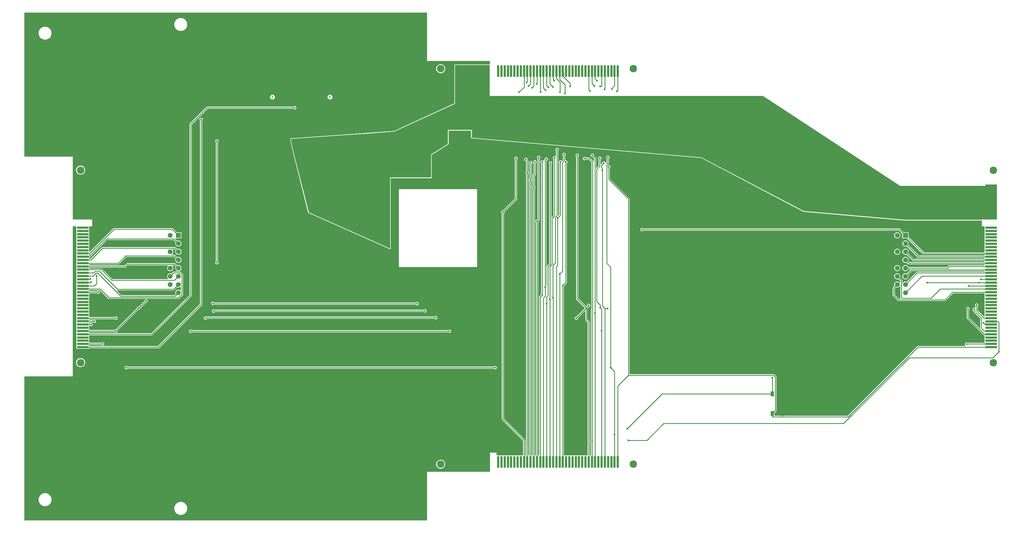
<source format=gtl>
G04*
G04 #@! TF.GenerationSoftware,Altium Limited,Altium Designer,22.11.1 (43)*
G04*
G04 Layer_Physical_Order=1*
G04 Layer_Color=255*
%FSLAX25Y25*%
%MOIN*%
G70*
G04*
G04 #@! TF.SameCoordinates,5E32505C-E00D-4BFB-BC25-6037A3F64914*
G04*
G04*
G04 #@! TF.FilePolarity,Positive*
G04*
G01*
G75*
%ADD12C,0.01000*%
%ADD14R,0.03937X0.05906*%
%ADD15R,0.14173X0.02756*%
%ADD16R,0.02756X0.14173*%
%ADD26R,0.27559X0.27559*%
%ADD27C,0.12992*%
%ADD28C,0.01968*%
%ADD29C,0.09055*%
%ADD30C,0.05906*%
%ADD31R,0.05906X0.05906*%
%ADD32C,0.02362*%
G36*
X491109Y561011D02*
X491234Y560710D01*
X491536Y560585D01*
Y560511D01*
X567684D01*
Y556666D01*
X567323Y556315D01*
X525197D01*
X525118Y556300D01*
X524397D01*
Y555579D01*
X524381Y555500D01*
X524381Y508922D01*
X451076Y475302D01*
X418939Y472813D01*
X387310Y470605D01*
X325329Y466278D01*
X325300Y466271D01*
X325270Y466272D01*
X325147Y466229D01*
X325022Y466195D01*
X324998Y466177D01*
X324970Y466167D01*
X324873Y466080D01*
X324770Y466000D01*
X324755Y465974D01*
X324733Y465954D01*
X324433Y465554D01*
X324420Y465528D01*
X324399Y465506D01*
X324352Y465385D01*
X324295Y465267D01*
X324294Y465238D01*
X324283Y465210D01*
X324285Y465080D01*
X324278Y464950D01*
X324288Y464922D01*
X324288Y464892D01*
X327703Y449151D01*
X327708Y449138D01*
X327709Y449125D01*
X346145Y375727D01*
X346166Y375682D01*
X346174Y375633D01*
X346234Y375539D01*
X346281Y375439D01*
X346318Y375406D01*
X346344Y375364D01*
X346435Y375300D01*
X346517Y375226D01*
X346564Y375209D01*
X346604Y375180D01*
X445249Y331265D01*
X445332Y331246D01*
X445411Y331213D01*
X445486Y331212D01*
X445559Y331195D01*
X445644Y331210D01*
X445729Y331208D01*
X445799Y331236D01*
X445873Y331249D01*
X445945Y331295D01*
X446025Y331326D01*
X446444Y331599D01*
X446506Y331658D01*
X446577Y331706D01*
X446619Y331768D01*
X446672Y331821D01*
X446706Y331899D01*
X446754Y331971D01*
X446768Y332044D01*
X446798Y332113D01*
X446799Y332199D01*
X446816Y332283D01*
Y417684D01*
X496000D01*
X496312Y417746D01*
X496577Y417923D01*
X496754Y418188D01*
X496816Y418500D01*
Y446047D01*
X516852Y458549D01*
X516920Y458612D01*
X516997Y458664D01*
X517035Y458720D01*
X517084Y458767D01*
X517122Y458851D01*
X517174Y458929D01*
X517187Y458995D01*
X517215Y459057D01*
X517218Y459150D01*
X517236Y459241D01*
Y475764D01*
X544764D01*
Y467098D01*
X544788Y466975D01*
X544802Y466851D01*
X544819Y466820D01*
X544826Y466786D01*
X544895Y466682D01*
X544955Y466573D01*
X544983Y466550D01*
X545003Y466521D01*
X545107Y466452D01*
X545204Y466374D01*
X545238Y466364D01*
X545267Y466344D01*
X545390Y466320D01*
X545510Y466285D01*
X825270Y442206D01*
X949620Y376778D01*
X949622Y376778D01*
X949624Y376776D01*
X949775Y376732D01*
X949925Y376688D01*
X949928Y376688D01*
X949930Y376687D01*
X1072930Y366072D01*
X1072965Y366076D01*
X1073000Y366069D01*
X1166897D01*
Y359436D01*
X1167022Y359135D01*
X1167323Y359010D01*
Y358937D01*
X1170460D01*
Y355093D01*
Y351156D01*
Y347219D01*
Y343282D01*
Y339345D01*
Y335408D01*
Y331471D01*
Y327100D01*
X1096664D01*
X1077651Y346114D01*
Y351745D01*
X1072019D01*
X1067827Y355937D01*
X1067397Y356225D01*
X1066890Y356326D01*
X754476D01*
X754122Y356680D01*
X753394Y356981D01*
X752606D01*
X751878Y356680D01*
X751321Y356122D01*
X751019Y355394D01*
Y354606D01*
X751321Y353878D01*
X751878Y353321D01*
X752606Y353019D01*
X753394D01*
X754122Y353321D01*
X754476Y353675D01*
X1066341D01*
X1070145Y349870D01*
Y344239D01*
X1075776D01*
X1095178Y324838D01*
X1095608Y324551D01*
X1096115Y324450D01*
X1170460D01*
Y323164D01*
X1090601D01*
X1077331Y336433D01*
X1077395Y336544D01*
X1077651Y337498D01*
Y338486D01*
X1077395Y339441D01*
X1076901Y340297D01*
X1076202Y340995D01*
X1075346Y341489D01*
X1074392Y341745D01*
X1073404D01*
X1072449Y341489D01*
X1071593Y340995D01*
X1070895Y340297D01*
X1070401Y339441D01*
X1070145Y338486D01*
Y337498D01*
X1070401Y336544D01*
X1070895Y335688D01*
X1071593Y334989D01*
X1072449Y334495D01*
X1073404Y334240D01*
X1074392D01*
X1075346Y334495D01*
X1075457Y334559D01*
X1089115Y320901D01*
X1089545Y320614D01*
X1090052Y320513D01*
X1170460D01*
Y319227D01*
X1084538D01*
X1077331Y326433D01*
X1077395Y326544D01*
X1077651Y327498D01*
Y328486D01*
X1077395Y329441D01*
X1076901Y330296D01*
X1076202Y330995D01*
X1075346Y331489D01*
X1074392Y331745D01*
X1073404D01*
X1072449Y331489D01*
X1071593Y330995D01*
X1070895Y330296D01*
X1070401Y329441D01*
X1070145Y328486D01*
Y327498D01*
X1070401Y326544D01*
X1070895Y325688D01*
X1071593Y324989D01*
X1072449Y324495D01*
X1073404Y324239D01*
X1074392D01*
X1075346Y324495D01*
X1075457Y324559D01*
X1083052Y316964D01*
X1083482Y316676D01*
X1083989Y316576D01*
X1170460D01*
Y315289D01*
X1078475D01*
X1077331Y316433D01*
X1077395Y316544D01*
X1077651Y317498D01*
Y318486D01*
X1077395Y319441D01*
X1076901Y320297D01*
X1076202Y320995D01*
X1075346Y321489D01*
X1074392Y321745D01*
X1073404D01*
X1072449Y321489D01*
X1071593Y320995D01*
X1070895Y320297D01*
X1070401Y319441D01*
X1070145Y318486D01*
Y317498D01*
X1070401Y316544D01*
X1070895Y315688D01*
X1071593Y314989D01*
X1072449Y314495D01*
X1073404Y314240D01*
X1074392D01*
X1075346Y314495D01*
X1075457Y314559D01*
X1076989Y313027D01*
X1077419Y312739D01*
X1077926Y312638D01*
X1077926Y312639D01*
X1170460D01*
Y311352D01*
X1127055D01*
X1126548Y311252D01*
X1126118Y310964D01*
X1124471Y309318D01*
X1077428D01*
X1077395Y309441D01*
X1076901Y310297D01*
X1076202Y310995D01*
X1075346Y311489D01*
X1074392Y311745D01*
X1073404D01*
X1072449Y311489D01*
X1071593Y310995D01*
X1070895Y310297D01*
X1070401Y309441D01*
X1070145Y308486D01*
Y307498D01*
X1070401Y306544D01*
X1070895Y305688D01*
X1071593Y304989D01*
X1072449Y304495D01*
X1073404Y304240D01*
X1074392D01*
X1075346Y304495D01*
X1076202Y304989D01*
X1076901Y305688D01*
X1077395Y306544D01*
X1077428Y306667D01*
X1080044D01*
X1080236Y306205D01*
X1075457Y301426D01*
X1075346Y301489D01*
X1074392Y301745D01*
X1073404D01*
X1072449Y301489D01*
X1071593Y300995D01*
X1070895Y300296D01*
X1070401Y299441D01*
X1070145Y298486D01*
Y297498D01*
X1070401Y296544D01*
X1070895Y295688D01*
X1071593Y294989D01*
X1072449Y294495D01*
X1073404Y294239D01*
X1074392D01*
X1075346Y294495D01*
X1076202Y294989D01*
X1076901Y295688D01*
X1077395Y296544D01*
X1077651Y297498D01*
Y298486D01*
X1077395Y299441D01*
X1077331Y299551D01*
X1082545Y304765D01*
X1170460D01*
Y303479D01*
X1088058D01*
X1087551Y303378D01*
X1087121Y303090D01*
X1075457Y291426D01*
X1075346Y291489D01*
X1074392Y291745D01*
X1073404D01*
X1072449Y291489D01*
X1071593Y290995D01*
X1070895Y290297D01*
X1070746Y290038D01*
X1070246Y290172D01*
Y292970D01*
X1070145Y293477D01*
X1069857Y293907D01*
X1067331Y296433D01*
X1067395Y296544D01*
X1067651Y297498D01*
Y298486D01*
X1067395Y299441D01*
X1066901Y300296D01*
X1066202Y300995D01*
X1065346Y301489D01*
X1064392Y301745D01*
X1063404D01*
X1062449Y301489D01*
X1061594Y300995D01*
X1060895Y300296D01*
X1060401Y299441D01*
X1060145Y298486D01*
Y297498D01*
X1060401Y296544D01*
X1060895Y295688D01*
X1061594Y294989D01*
X1062449Y294495D01*
X1063404Y294239D01*
X1064392D01*
X1065346Y294495D01*
X1065457Y294559D01*
X1067595Y292421D01*
Y290094D01*
X1067095Y289961D01*
X1066901Y290297D01*
X1066202Y290995D01*
X1065346Y291489D01*
X1064392Y291745D01*
X1063404D01*
X1062449Y291489D01*
X1061594Y290995D01*
X1060895Y290297D01*
X1060401Y289441D01*
X1060145Y288486D01*
Y287498D01*
X1060401Y286544D01*
X1060464Y286433D01*
X1058683Y284652D01*
X1058396Y284222D01*
X1058295Y283715D01*
Y275108D01*
X1058396Y274601D01*
X1058683Y274171D01*
X1064452Y268402D01*
X1064882Y268115D01*
X1065389Y268014D01*
X1122351D01*
X1122859Y268115D01*
X1123289Y268402D01*
X1132092Y277206D01*
X1170460D01*
Y272416D01*
Y268479D01*
Y264542D01*
Y260605D01*
Y256668D01*
Y252731D01*
Y248624D01*
X1169960Y248469D01*
X1161918Y256511D01*
Y261413D01*
X1162272Y261767D01*
X1162574Y262495D01*
Y263283D01*
X1162272Y264011D01*
X1161715Y264569D01*
X1160987Y264870D01*
X1160198D01*
X1159470Y264569D01*
X1158913Y264011D01*
X1158611Y263283D01*
Y262495D01*
X1158913Y261767D01*
X1159267Y261413D01*
Y259716D01*
X1158767Y259519D01*
X1158114Y259789D01*
X1157326D01*
X1156598Y259488D01*
X1156041Y258930D01*
X1155739Y258202D01*
Y257414D01*
X1156041Y256686D01*
X1156395Y256332D01*
Y255908D01*
X1156496Y255401D01*
X1156783Y254971D01*
X1165213Y246540D01*
Y234696D01*
X1164899Y234510D01*
X1164725Y234478D01*
X1151246Y247957D01*
Y257132D01*
X1151600Y257486D01*
X1151901Y258214D01*
Y259002D01*
X1151600Y259730D01*
X1151042Y260287D01*
X1150314Y260589D01*
X1149526D01*
X1148798Y260287D01*
X1148241Y259730D01*
X1147939Y259002D01*
Y258214D01*
X1148241Y257486D01*
X1148595Y257132D01*
Y247408D01*
X1148696Y246901D01*
X1148983Y246471D01*
X1169041Y226413D01*
X1169471Y226125D01*
X1169978Y226024D01*
X1170460D01*
Y221235D01*
Y216864D01*
X1149366D01*
X1149342Y216887D01*
X1148614Y217189D01*
X1147826D01*
X1147098Y216887D01*
X1146541Y216330D01*
X1146239Y215602D01*
Y214814D01*
X1146541Y214086D01*
X1147098Y213528D01*
X1147342Y213427D01*
X1147243Y212927D01*
X1089014D01*
X1088507Y212826D01*
X1088077Y212539D01*
X1003471Y127934D01*
X914438D01*
Y131394D01*
X916437Y133394D01*
X916725Y133824D01*
X916825Y134331D01*
Y175128D01*
X916725Y175635D01*
X916437Y176065D01*
X914257Y178245D01*
X913827Y178533D01*
X913320Y178633D01*
X737825D01*
Y392500D01*
X737725Y393007D01*
X737437Y393437D01*
X713826Y417049D01*
Y430024D01*
X714180Y430378D01*
X714481Y431106D01*
Y431894D01*
X714180Y432622D01*
X713622Y433180D01*
X712894Y433481D01*
X712106D01*
X711844Y433373D01*
X711344Y433707D01*
Y435262D01*
X712437Y436355D01*
X712725Y436785D01*
X712825Y437292D01*
Y441524D01*
X713179Y441878D01*
X713481Y442606D01*
Y443394D01*
X713179Y444122D01*
X712622Y444679D01*
X711894Y444981D01*
X711106D01*
X710378Y444679D01*
X709821Y444122D01*
X709519Y443394D01*
Y442606D01*
X709821Y441878D01*
X710175Y441524D01*
Y437841D01*
X709082Y436749D01*
X708943Y436541D01*
X708390Y436614D01*
X708180Y437122D01*
X707622Y437679D01*
X706894Y437981D01*
X706106D01*
X705378Y437679D01*
X704820Y437122D01*
X704519Y436394D01*
Y435893D01*
X703287Y434662D01*
X702825Y434853D01*
Y440524D01*
X703180Y440878D01*
X703481Y441606D01*
Y442394D01*
X703180Y443122D01*
X702622Y443680D01*
X701894Y443981D01*
X701106D01*
X700378Y443680D01*
X699821Y443122D01*
X699519Y442394D01*
Y441606D01*
X699821Y440878D01*
X700175Y440524D01*
Y432773D01*
X697653Y430252D01*
X697192Y430443D01*
Y442134D01*
X697091Y442641D01*
X696803Y443071D01*
X694481Y445393D01*
Y445894D01*
X694179Y446622D01*
X693622Y447180D01*
X692894Y447481D01*
X692106D01*
X691378Y447180D01*
X690821Y446622D01*
X690519Y445894D01*
Y445106D01*
X690821Y444378D01*
X691378Y443820D01*
X692106Y443519D01*
X692607D01*
X694541Y441585D01*
Y438257D01*
X694045Y438187D01*
X693757Y438617D01*
X689937Y442437D01*
X689507Y442725D01*
X689000Y442826D01*
X684476D01*
X684122Y443180D01*
X683394Y443481D01*
X682606D01*
X681878Y443180D01*
X681320Y442622D01*
X681019Y441894D01*
Y441106D01*
X681320Y440378D01*
X681878Y439820D01*
X682606Y439519D01*
X683394D01*
X684122Y439820D01*
X684476Y440174D01*
X688451D01*
X691495Y437131D01*
Y259057D01*
X690992Y258554D01*
X690705Y258124D01*
X690604Y257617D01*
Y99374D01*
X690250Y99020D01*
X689948Y98292D01*
Y97504D01*
X690250Y96776D01*
X690604Y96422D01*
Y79540D01*
X689318D01*
Y242036D01*
X689217Y242543D01*
X688929Y242973D01*
X686544Y245358D01*
Y258729D01*
X687955Y260140D01*
X688077Y260323D01*
X688254Y260500D01*
X688386D01*
X689114Y260802D01*
X689672Y261359D01*
X689973Y262087D01*
Y262875D01*
X689672Y263603D01*
X689114Y264161D01*
X688386Y264462D01*
X687598D01*
X686870Y264161D01*
X686313Y263603D01*
X686011Y262875D01*
Y262087D01*
X686041Y262016D01*
X685959Y261893D01*
X685219Y261153D01*
X675325Y271046D01*
Y444024D01*
X675679Y444378D01*
X675981Y445106D01*
Y445894D01*
X675679Y446622D01*
X675122Y447180D01*
X674394Y447481D01*
X673606D01*
X672878Y447180D01*
X672321Y446622D01*
X672019Y445894D01*
Y445106D01*
X672321Y444378D01*
X672675Y444024D01*
Y270497D01*
X672775Y269990D01*
X673063Y269560D01*
X683344Y259278D01*
X673107Y249041D01*
X672606D01*
X671878Y248740D01*
X671321Y248182D01*
X671019Y247454D01*
Y246666D01*
X671321Y245938D01*
X671878Y245380D01*
X672606Y245079D01*
X673394D01*
X674122Y245380D01*
X674680Y245938D01*
X674981Y246666D01*
Y247167D01*
X683431Y255616D01*
X683893Y255425D01*
Y244809D01*
X683994Y244302D01*
X684281Y243872D01*
X686667Y241487D01*
Y79540D01*
X657822D01*
Y285192D01*
X658176Y285546D01*
X658477Y286274D01*
Y286774D01*
X660937Y289234D01*
X661225Y289665D01*
X661326Y290172D01*
Y436024D01*
X661680Y436378D01*
X661981Y437106D01*
Y437894D01*
X661680Y438622D01*
X661122Y439180D01*
X660394Y439481D01*
X659606D01*
X659326Y439669D01*
Y445024D01*
X659680Y445378D01*
X659981Y446106D01*
Y446894D01*
X659680Y447622D01*
X659122Y448179D01*
X658394Y448481D01*
X657606D01*
X656878Y448179D01*
X656320Y447622D01*
X656019Y446894D01*
Y446106D01*
X656320Y445378D01*
X656674Y445024D01*
Y439558D01*
X655646Y438529D01*
X655558Y438547D01*
X655106Y438696D01*
X654622Y439180D01*
X653894Y439481D01*
X653106D01*
X652378Y439180D01*
X651821Y438622D01*
X651519Y437894D01*
Y437106D01*
X651821Y436378D01*
X652175Y436024D01*
Y372989D01*
X651326Y372140D01*
X650826Y372347D01*
Y451024D01*
X651180Y451378D01*
X651481Y452106D01*
Y452894D01*
X651180Y453622D01*
X650622Y454179D01*
X649894Y454481D01*
X649106D01*
X648378Y454179D01*
X647821Y453622D01*
X647519Y452894D01*
Y452106D01*
X647821Y451378D01*
X648174Y451024D01*
Y444280D01*
X647713Y444089D01*
X647622Y444179D01*
X646894Y444481D01*
X646106D01*
X645378Y444179D01*
X644820Y443622D01*
X644519Y442894D01*
Y442106D01*
X644820Y441378D01*
X645175Y441024D01*
Y372044D01*
X643022Y369892D01*
X642560Y370083D01*
Y434889D01*
X642914Y435243D01*
X643216Y435971D01*
Y436759D01*
X642914Y437487D01*
X642357Y438044D01*
X641629Y438346D01*
X640841D01*
X640113Y438044D01*
X639555Y437487D01*
X639254Y436759D01*
Y435971D01*
X639555Y435243D01*
X639910Y434889D01*
Y313590D01*
X637363Y311043D01*
X637075Y310613D01*
X636974Y310106D01*
Y286473D01*
X636475Y286206D01*
X636326Y286307D01*
Y438582D01*
X636762Y439019D01*
X636894D01*
X637622Y439321D01*
X638179Y439878D01*
X638481Y440606D01*
Y441394D01*
X638179Y442122D01*
X637622Y442680D01*
X636894Y442981D01*
X636106D01*
X635378Y442680D01*
X634821Y442122D01*
X634519Y441394D01*
Y440606D01*
X634543Y440549D01*
X634063Y440069D01*
X633775Y439639D01*
X633674Y439131D01*
Y438734D01*
X633203Y438628D01*
X633175Y438627D01*
X632622Y439180D01*
X631894Y439481D01*
X631106D01*
X630378Y439180D01*
X629820Y438622D01*
X629519Y437894D01*
Y437106D01*
X629820Y436378D01*
X630174Y436024D01*
Y276564D01*
X629841Y276230D01*
X629539Y275502D01*
Y275001D01*
X628000Y273462D01*
X627712Y273032D01*
X627611Y272525D01*
Y79540D01*
X626325D01*
Y363632D01*
X626679Y363986D01*
X626981Y364714D01*
Y365215D01*
X627937Y366171D01*
X628225Y366601D01*
X628326Y367108D01*
Y441524D01*
X628680Y441878D01*
X628981Y442606D01*
Y443394D01*
X628680Y444122D01*
X628122Y444679D01*
X627394Y444981D01*
X626606D01*
X625878Y444679D01*
X625320Y444122D01*
X625019Y443394D01*
Y442606D01*
X625320Y441878D01*
X625674Y441524D01*
Y367657D01*
X625106Y367089D01*
X624606D01*
X623878Y366788D01*
X623320Y366230D01*
X623019Y365502D01*
Y364714D01*
X623320Y363986D01*
X623674Y363632D01*
Y79540D01*
X622388D01*
Y405132D01*
X622742Y405486D01*
X623044Y406214D01*
Y407002D01*
X622742Y407730D01*
X622388Y408084D01*
Y420971D01*
X623437Y422020D01*
X623725Y422450D01*
X623826Y422957D01*
Y436024D01*
X624180Y436378D01*
X624481Y437106D01*
Y437894D01*
X624180Y438622D01*
X623622Y439180D01*
X622894Y439481D01*
X622106D01*
X621378Y439180D01*
X620821Y438622D01*
X620519Y437894D01*
Y437106D01*
X620821Y436378D01*
X621174Y436024D01*
Y423506D01*
X620126Y422457D01*
X619838Y422027D01*
X619737Y421520D01*
Y408084D01*
X619383Y407730D01*
X619082Y407002D01*
Y406214D01*
X619383Y405486D01*
X619737Y405132D01*
Y79540D01*
X618451D01*
Y414032D01*
X618805Y414386D01*
X619107Y415114D01*
Y415902D01*
X618805Y416630D01*
X618638Y416797D01*
Y434837D01*
X619179Y435378D01*
X619481Y436106D01*
Y436894D01*
X619179Y437622D01*
X618622Y438179D01*
X617894Y438481D01*
X617106D01*
X616378Y438179D01*
X615821Y437622D01*
X615519Y436894D01*
Y436106D01*
X615821Y435378D01*
X615987Y435211D01*
Y417171D01*
X615446Y416630D01*
X615145Y415902D01*
Y415114D01*
X615446Y414386D01*
X615801Y414032D01*
Y79540D01*
X614514D01*
Y422932D01*
X614868Y423286D01*
X615170Y424014D01*
Y424802D01*
X614868Y425530D01*
X614514Y425884D01*
Y438443D01*
X614413Y438950D01*
X614126Y439380D01*
X613457Y440049D01*
X613481Y440106D01*
Y440894D01*
X613179Y441622D01*
X612622Y442179D01*
X611894Y442481D01*
X611106D01*
X610378Y442179D01*
X609821Y441622D01*
X609519Y440894D01*
Y440106D01*
X609821Y439378D01*
X610378Y438821D01*
X611106Y438519D01*
X611238D01*
X611864Y437893D01*
Y425884D01*
X611509Y425530D01*
X611208Y424802D01*
Y424014D01*
X611509Y423286D01*
X611864Y422932D01*
Y79540D01*
X610577D01*
Y98248D01*
X610476Y98755D01*
X610189Y99185D01*
X584826Y124549D01*
Y375024D01*
X585180Y375378D01*
X585481Y376106D01*
Y376607D01*
X600404Y391529D01*
X600691Y391959D01*
X600792Y392466D01*
Y440475D01*
X601146Y440829D01*
X601447Y441557D01*
Y442345D01*
X601146Y443073D01*
X600589Y443630D01*
X599860Y443932D01*
X599072D01*
X598344Y443630D01*
X597787Y443073D01*
X597485Y442345D01*
Y441557D01*
X597787Y440829D01*
X598141Y440475D01*
Y393016D01*
X583607Y378481D01*
X583106D01*
X582378Y378180D01*
X581820Y377622D01*
X581519Y376894D01*
Y376106D01*
X581820Y375378D01*
X582174Y375024D01*
Y124000D01*
X582275Y123493D01*
X582563Y123063D01*
X607927Y97699D01*
Y79540D01*
X575780D01*
Y82677D01*
X575656Y82978D01*
X575354Y83103D01*
X568110D01*
X567955Y83039D01*
X567809Y82979D01*
X567809Y82978D01*
X567809Y82978D01*
X567748Y82832D01*
X567684Y82677D01*
X567678Y59481D01*
X491536D01*
X491234Y59357D01*
X491109Y59055D01*
Y426D01*
X426Y426D01*
Y176075D01*
X59055Y176075D01*
Y176149D01*
X59356Y176274D01*
X59481Y176575D01*
Y358962D01*
X63767D01*
Y355118D01*
Y351181D01*
Y347244D01*
Y343307D01*
Y339370D01*
Y335433D01*
Y331496D01*
Y327559D01*
Y323622D01*
Y319685D01*
Y315748D01*
Y311811D01*
Y307874D01*
Y303937D01*
Y300000D01*
Y296063D01*
Y292126D01*
Y288189D01*
Y284252D01*
Y280315D01*
Y276378D01*
Y272441D01*
Y268504D01*
Y264567D01*
Y260630D01*
Y256693D01*
Y252756D01*
Y248819D01*
Y244882D01*
Y240945D01*
Y237008D01*
Y233071D01*
Y229134D01*
Y225197D01*
Y221260D01*
Y217323D01*
Y213386D01*
Y209449D01*
X79540D01*
Y210301D01*
X163739D01*
X164246Y210402D01*
X164676Y210690D01*
X216657Y262671D01*
X216945Y263101D01*
X217046Y263608D01*
Y487932D01*
X217400Y488286D01*
X217701Y489014D01*
Y489802D01*
X217400Y490530D01*
X216842Y491087D01*
X216114Y491389D01*
X215326D01*
X214598Y491087D01*
X214041Y490530D01*
X213739Y489802D01*
Y489014D01*
X214041Y488286D01*
X214395Y487932D01*
Y264157D01*
X163190Y212952D01*
X79540D01*
Y214238D01*
X94088D01*
X94498Y213828D01*
X95226Y213527D01*
X96014D01*
X96742Y213828D01*
X97300Y214386D01*
X97601Y215114D01*
Y215902D01*
X97300Y216630D01*
X96742Y217188D01*
X96014Y217489D01*
X95226D01*
X94498Y217188D01*
X94200Y216889D01*
X79540D01*
Y221260D01*
Y226050D01*
X155687D01*
X156194Y226150D01*
X156624Y226438D01*
X204057Y273871D01*
X204345Y274301D01*
X204446Y274808D01*
Y482959D01*
X223661Y502175D01*
X328384D01*
X328738Y501821D01*
X329466Y501519D01*
X330254D01*
X330982Y501821D01*
X331540Y502378D01*
X331841Y503106D01*
Y503894D01*
X331540Y504622D01*
X330982Y505180D01*
X330254Y505481D01*
X329466D01*
X328738Y505180D01*
X328384Y504825D01*
X223112D01*
X223112Y504825D01*
X222605Y504725D01*
X222175Y504437D01*
X202183Y484445D01*
X201896Y484015D01*
X201795Y483508D01*
Y275357D01*
X155138Y228700D01*
X79540D01*
Y229987D01*
X110248D01*
X110602Y229632D01*
X111330Y229331D01*
X112118D01*
X112846Y229632D01*
X113404Y230190D01*
X113705Y230918D01*
Y231419D01*
X139214Y256927D01*
X139714D01*
X140442Y257228D01*
X141000Y257786D01*
X141301Y258514D01*
Y258615D01*
X148614Y265927D01*
X149114D01*
X149842Y266229D01*
X150400Y266786D01*
X150701Y267514D01*
Y268302D01*
X150400Y269030D01*
X149842Y269587D01*
X149114Y269889D01*
X148326D01*
X147598Y269587D01*
X147041Y269030D01*
X146739Y268302D01*
Y267801D01*
X139794Y260856D01*
X139714Y260889D01*
X138926D01*
X138198Y260588D01*
X137641Y260030D01*
X137339Y259302D01*
Y258801D01*
X111831Y233293D01*
X111330D01*
X110602Y232992D01*
X110248Y232638D01*
X79540D01*
Y237861D01*
X80144D01*
X80498Y237507D01*
X81226Y237205D01*
X82014D01*
X82742Y237507D01*
X83300Y238064D01*
X83601Y238792D01*
Y239580D01*
X83300Y240308D01*
X82742Y240865D01*
X82014Y241167D01*
X81226D01*
X80498Y240865D01*
X80144Y240511D01*
X79540D01*
Y241798D01*
X84244D01*
X84598Y241443D01*
X85326Y241142D01*
X86114D01*
X86842Y241443D01*
X87400Y242001D01*
X87701Y242729D01*
Y243517D01*
X87400Y244245D01*
X86842Y244802D01*
X86114Y245104D01*
X85326D01*
X84598Y244802D01*
X84244Y244448D01*
X79540D01*
Y245735D01*
X110544D01*
X110898Y245380D01*
X111626Y245079D01*
X112414D01*
X113142Y245380D01*
X113700Y245938D01*
X114001Y246666D01*
Y247454D01*
X113700Y248182D01*
X113142Y248740D01*
X112414Y249041D01*
X111626D01*
X110898Y248740D01*
X110544Y248386D01*
X79540D01*
Y252756D01*
Y256693D01*
Y260630D01*
Y264567D01*
Y268504D01*
Y272441D01*
Y277231D01*
X88792D01*
X89146Y276876D01*
X89874Y276575D01*
X90662D01*
X91390Y276876D01*
X91948Y277434D01*
X92249Y278162D01*
Y278950D01*
X91948Y279678D01*
X91390Y280236D01*
X90662Y280537D01*
X89874D01*
X89146Y280236D01*
X88792Y279882D01*
X79540D01*
Y281168D01*
X92186D01*
X102351Y271002D01*
X102781Y270715D01*
X103289Y270614D01*
X188452D01*
X188959Y270715D01*
X189389Y271002D01*
X193357Y274971D01*
X193645Y275401D01*
X193746Y275908D01*
Y299908D01*
X193645Y300415D01*
X193357Y300845D01*
X190957Y303245D01*
X190527Y303533D01*
X190020Y303633D01*
X182387D01*
X181879Y303533D01*
X181449Y303245D01*
X179630Y301426D01*
X179519Y301489D01*
X178565Y301745D01*
X177577D01*
X176622Y301489D01*
X175767Y300995D01*
X175068Y300296D01*
X174574Y299441D01*
X174318Y298486D01*
Y297498D01*
X174574Y296544D01*
X175068Y295688D01*
X175622Y295133D01*
X175418Y294634D01*
X107757D01*
X95339Y307052D01*
X94909Y307340D01*
X94401Y307440D01*
X79540D01*
Y308727D01*
X123520D01*
X124027Y308827D01*
X124457Y309115D01*
X126625Y311283D01*
X175347D01*
X175554Y310783D01*
X175068Y310297D01*
X174574Y309441D01*
X174318Y308486D01*
Y307498D01*
X174574Y306544D01*
X175068Y305688D01*
X175767Y304989D01*
X176622Y304495D01*
X177577Y304240D01*
X178565D01*
X179519Y304495D01*
X180375Y304989D01*
X181074Y305688D01*
X181568Y306544D01*
X181824Y307498D01*
Y308486D01*
X181568Y309441D01*
X181074Y310297D01*
X180588Y310783D01*
X180795Y311283D01*
X182906D01*
X184638Y309551D01*
X184574Y309441D01*
X184318Y308486D01*
Y307498D01*
X184574Y306544D01*
X185068Y305688D01*
X185767Y304989D01*
X186622Y304495D01*
X187577Y304240D01*
X188565D01*
X189519Y304495D01*
X190375Y304989D01*
X191074Y305688D01*
X191568Y306544D01*
X191824Y307498D01*
Y308486D01*
X191568Y309441D01*
X191074Y310297D01*
X190375Y310995D01*
X189519Y311489D01*
X188565Y311745D01*
X187577D01*
X186622Y311489D01*
X186512Y311426D01*
X184392Y313545D01*
X183962Y313833D01*
X183455Y313933D01*
X126076D01*
X125569Y313833D01*
X125139Y313545D01*
X122971Y311378D01*
X79540D01*
Y312664D01*
X114901D01*
X115408Y312765D01*
X115838Y313052D01*
X124404Y321618D01*
X182571D01*
X184638Y319551D01*
X184574Y319441D01*
X184318Y318486D01*
Y317498D01*
X184574Y316544D01*
X185068Y315688D01*
X185767Y314989D01*
X186622Y314495D01*
X187577Y314240D01*
X188565D01*
X189519Y314495D01*
X190375Y314989D01*
X191074Y315688D01*
X191568Y316544D01*
X191824Y317498D01*
Y318486D01*
X191568Y319441D01*
X191074Y320297D01*
X190375Y320995D01*
X189519Y321489D01*
X188565Y321745D01*
X187577D01*
X186622Y321489D01*
X186512Y321426D01*
X184057Y323880D01*
X183627Y324168D01*
X183120Y324269D01*
X180127D01*
X179993Y324768D01*
X180375Y324989D01*
X181074Y325688D01*
X181568Y326544D01*
X181824Y327498D01*
Y328486D01*
X181568Y329441D01*
X181074Y330296D01*
X180850Y330521D01*
X181041Y330983D01*
X183206D01*
X184638Y329551D01*
X184574Y329441D01*
X184318Y328486D01*
Y327498D01*
X184574Y326544D01*
X185068Y325688D01*
X185767Y324989D01*
X186622Y324495D01*
X187577Y324239D01*
X188565D01*
X189519Y324495D01*
X190375Y324989D01*
X191074Y325688D01*
X191568Y326544D01*
X191824Y327498D01*
Y328486D01*
X191568Y329441D01*
X191074Y330296D01*
X190375Y330995D01*
X189519Y331489D01*
X188565Y331745D01*
X187577D01*
X186622Y331489D01*
X186512Y331426D01*
X184692Y333245D01*
X184262Y333533D01*
X183755Y333633D01*
X95802D01*
X95295Y333533D01*
X94865Y333245D01*
X80871Y319251D01*
X79540D01*
Y320811D01*
X79712Y320926D01*
X101104Y342318D01*
X181871D01*
X184638Y339551D01*
X184574Y339441D01*
X184318Y338486D01*
Y337498D01*
X184574Y336544D01*
X185068Y335688D01*
X185767Y334989D01*
X186622Y334495D01*
X187577Y334240D01*
X188565D01*
X189519Y334495D01*
X190375Y334989D01*
X191074Y335688D01*
X191568Y336544D01*
X191824Y337498D01*
Y338486D01*
X191568Y339441D01*
X191074Y340297D01*
X190375Y340995D01*
X189519Y341489D01*
X188565Y341745D01*
X187577D01*
X186622Y341489D01*
X186512Y341426D01*
X184113Y343824D01*
X184405Y344239D01*
X191824D01*
Y351745D01*
X186193D01*
X181792Y356145D01*
X181362Y356433D01*
X180855Y356534D01*
X109428D01*
X108921Y356433D01*
X108491Y356145D01*
X80040Y327695D01*
X79540Y327902D01*
Y331496D01*
Y335433D01*
Y339370D01*
Y343307D01*
Y347244D01*
Y351181D01*
Y355118D01*
Y358962D01*
X82677D01*
Y359035D01*
X82979Y359160D01*
X83103Y359462D01*
Y366942D01*
X82979Y367243D01*
X82677Y367368D01*
X59481D01*
Y443504D01*
X59356Y443805D01*
X59055Y443930D01*
X426D01*
Y619579D01*
X491109D01*
Y561011D01*
D02*
G37*
G36*
X567323Y518000D02*
X900500D01*
X1067500Y408389D01*
X1185433D01*
Y367343D01*
X1167323D01*
X1167022Y367218D01*
X1166897Y366917D01*
Y366885D01*
X1073000D01*
X950000Y377500D01*
X825504Y443004D01*
X545579Y467098D01*
Y476580D01*
X516421D01*
Y459241D01*
X496000Y446500D01*
Y418500D01*
X446000D01*
Y332283D01*
X445581Y332011D01*
X346936Y375926D01*
X328500Y449324D01*
X325085Y465065D01*
X325385Y465465D01*
X387367Y469792D01*
X419000Y472000D01*
X451284Y474500D01*
X525197Y508399D01*
X525197Y555500D01*
X567323D01*
Y518000D01*
D02*
G37*
G36*
X1067595Y285890D02*
Y272539D01*
X1067696Y272032D01*
X1067983Y271602D01*
X1068458Y271127D01*
X1068267Y270665D01*
X1065938D01*
X1060946Y275657D01*
Y283166D01*
X1062339Y284559D01*
X1062449Y284495D01*
X1063404Y284240D01*
X1064392D01*
X1065346Y284495D01*
X1066202Y284989D01*
X1066901Y285688D01*
X1067095Y286024D01*
X1067595Y285890D01*
D02*
G37*
G36*
X191095Y285002D02*
Y280983D01*
X190595Y280776D01*
X190375Y280995D01*
X189519Y281489D01*
X188565Y281745D01*
X187577D01*
X186622Y281489D01*
X185767Y280995D01*
X185068Y280296D01*
X184574Y279441D01*
X184318Y278486D01*
Y277498D01*
X184574Y276544D01*
X184638Y276433D01*
X183269Y275065D01*
X118538D01*
X113107Y280495D01*
X113122Y280611D01*
X113649Y281016D01*
X182420D01*
X182927Y281117D01*
X183357Y281404D01*
X186512Y284559D01*
X186622Y284495D01*
X187577Y284240D01*
X188565D01*
X189519Y284495D01*
X190375Y284989D01*
X190595Y285209D01*
X191095Y285002D01*
D02*
G37*
%LPC*%
G36*
X191643Y613021D02*
X190247D01*
X190168Y613005D01*
X190088D01*
X188719Y612733D01*
X188645Y612702D01*
X188566Y612686D01*
X187276Y612152D01*
X187209Y612107D01*
X187135Y612077D01*
X185974Y611301D01*
X185917Y611244D01*
X185851Y611200D01*
X184864Y610213D01*
X184819Y610146D01*
X184762Y610089D01*
X183987Y608928D01*
X183956Y608854D01*
X183911Y608787D01*
X183377Y607498D01*
X183361Y607419D01*
X183331Y607344D01*
X183058Y605975D01*
Y605895D01*
X183043Y605816D01*
Y604420D01*
X183058Y604342D01*
Y604261D01*
X183331Y602892D01*
X183361Y602818D01*
X183377Y602739D01*
X183911Y601449D01*
X183956Y601382D01*
X183987Y601308D01*
X184762Y600148D01*
X184819Y600091D01*
X184864Y600024D01*
X185851Y599037D01*
X185917Y598992D01*
X185974Y598936D01*
X187135Y598160D01*
X187209Y598129D01*
X187276Y598085D01*
X188566Y597550D01*
X188645Y597535D01*
X188719Y597504D01*
X190088Y597232D01*
X190168D01*
X190247Y597216D01*
X191643D01*
X191722Y597232D01*
X191802D01*
X193171Y597504D01*
X193245Y597535D01*
X193324Y597550D01*
X194614Y598085D01*
X194681Y598129D01*
X194755Y598160D01*
X195915Y598936D01*
X195972Y598992D01*
X196039Y599037D01*
X197026Y600024D01*
X197071Y600091D01*
X197128Y600148D01*
X197903Y601308D01*
X197934Y601382D01*
X197979Y601449D01*
X198513Y602739D01*
X198528Y602818D01*
X198559Y602892D01*
X198831Y604261D01*
Y604342D01*
X198847Y604420D01*
Y605816D01*
X198831Y605895D01*
Y605975D01*
X198559Y607344D01*
X198528Y607419D01*
X198513Y607498D01*
X197979Y608787D01*
X197934Y608854D01*
X197903Y608928D01*
X197128Y610089D01*
X197071Y610146D01*
X197026Y610213D01*
X196039Y611200D01*
X195972Y611244D01*
X195915Y611301D01*
X194755Y612077D01*
X194681Y612107D01*
X194614Y612152D01*
X193324Y612686D01*
X193245Y612702D01*
X193171Y612733D01*
X191802Y613005D01*
X191722D01*
X191643Y613021D01*
D02*
G37*
G36*
X26289Y602391D02*
X24893D01*
X24814Y602375D01*
X24734D01*
X23364Y602103D01*
X23290Y602072D01*
X23211Y602056D01*
X21922Y601522D01*
X21855Y601477D01*
X21781Y601447D01*
X20620Y600671D01*
X20563Y600614D01*
X20496Y600570D01*
X19509Y599583D01*
X19465Y599516D01*
X19408Y599459D01*
X18632Y598298D01*
X18602Y598224D01*
X18557Y598157D01*
X18023Y596868D01*
X18007Y596789D01*
X17976Y596715D01*
X17704Y595345D01*
Y595265D01*
X17688Y595186D01*
Y593790D01*
X17704Y593712D01*
Y593631D01*
X17976Y592262D01*
X18007Y592188D01*
X18023Y592109D01*
X18557Y590819D01*
X18602Y590753D01*
X18632Y590678D01*
X19408Y589518D01*
X19465Y589461D01*
X19509Y589394D01*
X20496Y588407D01*
X20563Y588362D01*
X20620Y588306D01*
X21781Y587530D01*
X21855Y587499D01*
X21922Y587455D01*
X23211Y586920D01*
X23290Y586905D01*
X23364Y586874D01*
X24734Y586602D01*
X24814D01*
X24893Y586586D01*
X26289D01*
X26367Y586602D01*
X26448D01*
X27817Y586874D01*
X27891Y586905D01*
X27970Y586920D01*
X29259Y587455D01*
X29326Y587499D01*
X29401Y587530D01*
X30561Y588306D01*
X30618Y588362D01*
X30685Y588407D01*
X31672Y589394D01*
X31717Y589461D01*
X31773Y589518D01*
X32549Y590678D01*
X32580Y590753D01*
X32624Y590819D01*
X33158Y592109D01*
X33174Y592188D01*
X33205Y592262D01*
X33477Y593631D01*
Y593712D01*
X33493Y593790D01*
Y595186D01*
X33477Y595265D01*
Y595345D01*
X33205Y596715D01*
X33174Y596789D01*
X33158Y596868D01*
X32624Y598157D01*
X32580Y598224D01*
X32549Y598298D01*
X31773Y599459D01*
X31716Y599516D01*
X31672Y599583D01*
X30685Y600570D01*
X30618Y600614D01*
X30561Y600671D01*
X29401Y601447D01*
X29326Y601477D01*
X29259Y601522D01*
X27970Y602056D01*
X27891Y602072D01*
X27817Y602103D01*
X26448Y602375D01*
X26367D01*
X26289Y602391D01*
D02*
G37*
G36*
X508403Y556681D02*
X506952D01*
X505550Y556305D01*
X504293Y555579D01*
X503267Y554553D01*
X502541Y553296D01*
X502165Y551895D01*
Y550443D01*
X502541Y549041D01*
X503267Y547785D01*
X504293Y546758D01*
X505550Y546033D01*
X506952Y545657D01*
X508403D01*
X509805Y546033D01*
X511061Y546758D01*
X512088Y547785D01*
X512813Y549041D01*
X513189Y550443D01*
Y551895D01*
X512813Y553296D01*
X512088Y554553D01*
X511061Y555579D01*
X509805Y556305D01*
X508403Y556681D01*
D02*
G37*
G36*
X373211Y519488D02*
X372433D01*
X371682Y519287D01*
X371009Y518898D01*
X370459Y518349D01*
X370071Y517675D01*
X369869Y516924D01*
Y516147D01*
X370071Y515396D01*
X370459Y514722D01*
X371009Y514173D01*
X371682Y513784D01*
X372433Y513583D01*
X373211D01*
X373962Y513784D01*
X374635Y514173D01*
X375185Y514722D01*
X375574Y515396D01*
X375775Y516147D01*
Y516924D01*
X375574Y517675D01*
X375185Y518349D01*
X374635Y518898D01*
X373962Y519287D01*
X373211Y519488D01*
D02*
G37*
G36*
X303132D02*
X302355D01*
X301604Y519287D01*
X300930Y518898D01*
X300380Y518349D01*
X299992Y517675D01*
X299791Y516924D01*
Y516147D01*
X299992Y515396D01*
X300380Y514722D01*
X300930Y514173D01*
X301604Y513784D01*
X302355Y513583D01*
X303132D01*
X303883Y513784D01*
X304556Y514173D01*
X305106Y514722D01*
X305495Y515396D01*
X305696Y516147D01*
Y516924D01*
X305495Y517675D01*
X305106Y518349D01*
X304556Y518898D01*
X303883Y519287D01*
X303132Y519488D01*
D02*
G37*
G36*
X69623Y432887D02*
X68172D01*
X66770Y432511D01*
X65513Y431786D01*
X64487Y430759D01*
X63762Y429502D01*
X63386Y428101D01*
Y426649D01*
X63762Y425247D01*
X64487Y423991D01*
X65513Y422964D01*
X66770Y422239D01*
X68172Y421863D01*
X69623D01*
X71025Y422239D01*
X72282Y422964D01*
X73308Y423991D01*
X74034Y425247D01*
X74410Y426649D01*
Y428101D01*
X74034Y429502D01*
X73308Y430759D01*
X72282Y431786D01*
X71025Y432511D01*
X69623Y432887D01*
D02*
G37*
G36*
X1064392Y351745D02*
X1063404D01*
X1062449Y351489D01*
X1061594Y350995D01*
X1060895Y350296D01*
X1060401Y349441D01*
X1060145Y348486D01*
Y347498D01*
X1060401Y346544D01*
X1060895Y345688D01*
X1061594Y344989D01*
X1062449Y344495D01*
X1063404Y344239D01*
X1064392D01*
X1065346Y344495D01*
X1066202Y344989D01*
X1066901Y345688D01*
X1067395Y346544D01*
X1067651Y347498D01*
Y348486D01*
X1067395Y349441D01*
X1066901Y350296D01*
X1066202Y350995D01*
X1065346Y351489D01*
X1064392Y351745D01*
D02*
G37*
G36*
Y331745D02*
X1063404D01*
X1062449Y331489D01*
X1061594Y330995D01*
X1060895Y330296D01*
X1060401Y329441D01*
X1060145Y328486D01*
Y327498D01*
X1060401Y326544D01*
X1060895Y325688D01*
X1061594Y324989D01*
X1062449Y324495D01*
X1063404Y324239D01*
X1064392D01*
X1065346Y324495D01*
X1066202Y324989D01*
X1066901Y325688D01*
X1067395Y326544D01*
X1067651Y327498D01*
Y328486D01*
X1067395Y329441D01*
X1066901Y330296D01*
X1066202Y330995D01*
X1065346Y331489D01*
X1064392Y331745D01*
D02*
G37*
G36*
X235394Y464981D02*
X234606D01*
X233878Y464679D01*
X233320Y464122D01*
X233019Y463394D01*
Y462606D01*
X233320Y461878D01*
X233675Y461524D01*
Y315976D01*
X233320Y315622D01*
X233019Y314894D01*
Y314106D01*
X233320Y313378D01*
X233878Y312821D01*
X234606Y312519D01*
X235394D01*
X236122Y312821D01*
X236680Y313378D01*
X236981Y314106D01*
Y314894D01*
X236680Y315622D01*
X236326Y315976D01*
Y461524D01*
X236680Y461878D01*
X236981Y462606D01*
Y463394D01*
X236680Y464122D01*
X236122Y464679D01*
X235394Y464981D01*
D02*
G37*
G36*
X551181Y404359D02*
X457677D01*
X457365Y404297D01*
X457100Y404120D01*
X456924Y403856D01*
X456861Y403544D01*
Y310039D01*
X456924Y309727D01*
X457100Y309463D01*
X457365Y309286D01*
X457677Y309224D01*
X551181D01*
X551493Y309286D01*
X551758Y309463D01*
X551935Y309727D01*
X551997Y310039D01*
Y403544D01*
X551935Y403856D01*
X551758Y404120D01*
X551493Y404297D01*
X551181Y404359D01*
D02*
G37*
G36*
X1064392Y311745D02*
X1063404D01*
X1062449Y311489D01*
X1061594Y310995D01*
X1060895Y310297D01*
X1060401Y309441D01*
X1060145Y308486D01*
Y307498D01*
X1060401Y306544D01*
X1060895Y305688D01*
X1061594Y304989D01*
X1062449Y304495D01*
X1063404Y304240D01*
X1064392D01*
X1065346Y304495D01*
X1066202Y304989D01*
X1066901Y305688D01*
X1067395Y306544D01*
X1067651Y307498D01*
Y308486D01*
X1067395Y309441D01*
X1066901Y310297D01*
X1066202Y310995D01*
X1065346Y311489D01*
X1064392Y311745D01*
D02*
G37*
G36*
X230394Y266981D02*
X229606D01*
X228878Y266680D01*
X228321Y266122D01*
X228019Y265394D01*
Y264606D01*
X228321Y263878D01*
X228878Y263320D01*
X229606Y263019D01*
X230394D01*
X230770Y263175D01*
X477524D01*
X477878Y262821D01*
X478606Y262519D01*
X479394D01*
X480122Y262821D01*
X480680Y263378D01*
X480981Y264106D01*
Y264894D01*
X480680Y265622D01*
X480122Y266179D01*
X479394Y266481D01*
X478606D01*
X477878Y266179D01*
X477524Y265826D01*
X231802D01*
X231680Y266122D01*
X231122Y266680D01*
X230394Y266981D01*
D02*
G37*
G36*
X488894Y257981D02*
X488106D01*
X487378Y257680D01*
X487024Y257326D01*
X231770D01*
X231394Y257481D01*
X230606D01*
X229878Y257179D01*
X229321Y256622D01*
X229019Y255894D01*
Y255106D01*
X229321Y254378D01*
X229878Y253820D01*
X230606Y253519D01*
X231394D01*
X232122Y253820D01*
X232680Y254378D01*
X232802Y254675D01*
X487024D01*
X487378Y254321D01*
X488106Y254019D01*
X488894D01*
X489622Y254321D01*
X490179Y254878D01*
X490481Y255606D01*
Y256394D01*
X490179Y257122D01*
X489622Y257680D01*
X488894Y257981D01*
D02*
G37*
G36*
X501894Y249481D02*
X501106D01*
X500378Y249180D01*
X500024Y248826D01*
X221869D01*
X221802Y248812D01*
X221394Y248981D01*
X220606D01*
X219878Y248679D01*
X219321Y248122D01*
X219019Y247394D01*
Y246606D01*
X219321Y245878D01*
X219878Y245321D01*
X220606Y245019D01*
X221394D01*
X222122Y245321D01*
X222679Y245878D01*
X222802Y246175D01*
X500024D01*
X500378Y245820D01*
X501106Y245519D01*
X501894D01*
X502622Y245820D01*
X503180Y246378D01*
X503481Y247106D01*
Y247894D01*
X503180Y248622D01*
X502622Y249180D01*
X501894Y249481D01*
D02*
G37*
G36*
X518894Y232981D02*
X518106D01*
X517378Y232680D01*
X517024Y232326D01*
X204476D01*
X204122Y232680D01*
X203394Y232981D01*
X202606D01*
X201878Y232680D01*
X201321Y232122D01*
X201019Y231394D01*
Y230606D01*
X201321Y229878D01*
X201878Y229321D01*
X202606Y229019D01*
X203394D01*
X204122Y229321D01*
X204476Y229675D01*
X517024D01*
X517378Y229321D01*
X518106Y229019D01*
X518894D01*
X519622Y229321D01*
X520180Y229878D01*
X520481Y230606D01*
Y231394D01*
X520180Y232122D01*
X519622Y232680D01*
X518894Y232981D01*
D02*
G37*
G36*
X69623Y198241D02*
X68172D01*
X66770Y197865D01*
X65513Y197140D01*
X64487Y196114D01*
X63762Y194857D01*
X63386Y193455D01*
Y192004D01*
X63762Y190602D01*
X64487Y189345D01*
X65513Y188319D01*
X66770Y187593D01*
X68172Y187217D01*
X69623D01*
X71025Y187593D01*
X72282Y188319D01*
X73308Y189345D01*
X74034Y190602D01*
X74410Y192004D01*
Y193455D01*
X74034Y194857D01*
X73308Y196114D01*
X72282Y197140D01*
X71025Y197865D01*
X69623Y198241D01*
D02*
G37*
G36*
X124914Y188589D02*
X124126D01*
X123398Y188287D01*
X122841Y187730D01*
X122539Y187002D01*
Y186214D01*
X122841Y185486D01*
X123398Y184929D01*
X124126Y184627D01*
X124914D01*
X125642Y184929D01*
X125888Y185175D01*
X572524D01*
X572878Y184820D01*
X573606Y184519D01*
X574394D01*
X575122Y184820D01*
X575679Y185378D01*
X575981Y186106D01*
Y186894D01*
X575679Y187622D01*
X575122Y188180D01*
X574394Y188481D01*
X573606D01*
X572878Y188180D01*
X572524Y187826D01*
X126104D01*
X125642Y188287D01*
X124914Y188589D01*
D02*
G37*
G36*
X508403Y74410D02*
X506952D01*
X505550Y74034D01*
X504293Y73308D01*
X503267Y72282D01*
X502541Y71025D01*
X502165Y69624D01*
Y68172D01*
X502541Y66770D01*
X503267Y65513D01*
X504293Y64487D01*
X505550Y63762D01*
X506952Y63386D01*
X508403D01*
X509805Y63762D01*
X511061Y64487D01*
X512088Y65513D01*
X512813Y66770D01*
X513189Y68172D01*
Y69624D01*
X512813Y71025D01*
X512088Y72282D01*
X511061Y73308D01*
X509805Y74034D01*
X508403Y74410D01*
D02*
G37*
G36*
X26289Y33493D02*
X24893D01*
X24814Y33477D01*
X24734D01*
X23364Y33205D01*
X23290Y33174D01*
X23211Y33159D01*
X21922Y32624D01*
X21855Y32580D01*
X21781Y32549D01*
X20620Y31773D01*
X20563Y31717D01*
X20496Y31672D01*
X19509Y30685D01*
X19465Y30618D01*
X19408Y30561D01*
X18632Y29401D01*
X18602Y29326D01*
X18557Y29260D01*
X18023Y27970D01*
X18007Y27891D01*
X17976Y27817D01*
X17704Y26448D01*
Y26368D01*
X17688Y26289D01*
Y24893D01*
X17704Y24814D01*
Y24734D01*
X17976Y23365D01*
X18007Y23290D01*
X18023Y23212D01*
X18557Y21922D01*
X18602Y21855D01*
X18632Y21781D01*
X19408Y20620D01*
X19465Y20563D01*
X19509Y20496D01*
X20496Y19509D01*
X20563Y19465D01*
X20620Y19408D01*
X21781Y18632D01*
X21855Y18602D01*
X21922Y18557D01*
X23211Y18023D01*
X23290Y18007D01*
X23364Y17976D01*
X24734Y17704D01*
X24814D01*
X24893Y17688D01*
X26289D01*
X26367Y17704D01*
X26448D01*
X27817Y17976D01*
X27891Y18007D01*
X27970Y18023D01*
X29259Y18557D01*
X29326Y18602D01*
X29401Y18632D01*
X30561Y19408D01*
X30618Y19465D01*
X30685Y19509D01*
X31672Y20496D01*
X31717Y20563D01*
X31773Y20620D01*
X32549Y21781D01*
X32580Y21855D01*
X32624Y21922D01*
X33158Y23212D01*
X33174Y23290D01*
X33205Y23365D01*
X33477Y24734D01*
Y24814D01*
X33493Y24893D01*
Y26289D01*
X33477Y26368D01*
Y26448D01*
X33205Y27817D01*
X33174Y27891D01*
X33158Y27970D01*
X32624Y29260D01*
X32580Y29326D01*
X32549Y29401D01*
X31773Y30561D01*
X31716Y30618D01*
X31672Y30685D01*
X30685Y31672D01*
X30618Y31717D01*
X30561Y31773D01*
X29401Y32549D01*
X29326Y32580D01*
X29259Y32624D01*
X27970Y33159D01*
X27891Y33174D01*
X27817Y33205D01*
X26448Y33477D01*
X26367D01*
X26289Y33493D01*
D02*
G37*
G36*
X191643Y22863D02*
X190247D01*
X190168Y22847D01*
X190088D01*
X188719Y22575D01*
X188645Y22544D01*
X188566Y22529D01*
X187276Y21994D01*
X187209Y21950D01*
X187135Y21919D01*
X185974Y21144D01*
X185917Y21087D01*
X185851Y21042D01*
X184864Y20055D01*
X184819Y19988D01*
X184762Y19931D01*
X183987Y18771D01*
X183956Y18697D01*
X183911Y18630D01*
X183377Y17340D01*
X183361Y17261D01*
X183331Y17187D01*
X183058Y15818D01*
Y15737D01*
X183043Y15659D01*
Y14263D01*
X183058Y14184D01*
Y14104D01*
X183331Y12735D01*
X183361Y12660D01*
X183377Y12582D01*
X183911Y11292D01*
X183956Y11225D01*
X183987Y11151D01*
X184762Y9990D01*
X184819Y9933D01*
X184864Y9867D01*
X185851Y8879D01*
X185917Y8835D01*
X185974Y8778D01*
X187135Y8003D01*
X187209Y7972D01*
X187276Y7927D01*
X188566Y7393D01*
X188645Y7377D01*
X188719Y7346D01*
X190088Y7074D01*
X190168D01*
X190247Y7058D01*
X191643D01*
X191722Y7074D01*
X191802D01*
X193171Y7346D01*
X193245Y7377D01*
X193324Y7393D01*
X194614Y7927D01*
X194681Y7972D01*
X194755Y8003D01*
X195915Y8778D01*
X195972Y8835D01*
X196039Y8879D01*
X197026Y9867D01*
X197071Y9933D01*
X197128Y9990D01*
X197903Y11151D01*
X197934Y11225D01*
X197979Y11292D01*
X198513Y12582D01*
X198528Y12660D01*
X198559Y12735D01*
X198831Y14104D01*
Y14184D01*
X198847Y14263D01*
Y15659D01*
X198831Y15737D01*
Y15818D01*
X198559Y17187D01*
X198528Y17261D01*
X198513Y17340D01*
X197979Y18630D01*
X197934Y18697D01*
X197903Y18771D01*
X197128Y19931D01*
X197071Y19988D01*
X197026Y20055D01*
X196039Y21042D01*
X195972Y21087D01*
X195915Y21144D01*
X194755Y21919D01*
X194681Y21950D01*
X194614Y21994D01*
X193324Y22529D01*
X193245Y22544D01*
X193171Y22575D01*
X191802Y22847D01*
X191722D01*
X191643Y22863D01*
D02*
G37*
%LPD*%
D12*
X203000Y231000D02*
X518500D01*
X163739Y211627D02*
X215720Y263608D01*
X155687Y227375D02*
X203120Y274808D01*
Y483508D01*
X71654Y227375D02*
X155687D01*
X215720Y263608D02*
Y489408D01*
X71654Y211627D02*
X163739D01*
X703620Y231529D02*
Y258011D01*
Y71774D02*
Y231529D01*
X695866Y253308D02*
Y442134D01*
Y71654D02*
Y253308D01*
X230000Y265000D02*
X230500Y264500D01*
X479000D01*
X673000Y247060D02*
X685219Y259278D01*
X674000Y270497D02*
Y445500D01*
Y270497D02*
X685219Y259278D01*
X231500Y256000D02*
X488500D01*
X231000Y255500D02*
X231500Y256000D01*
X221000Y247000D02*
X221369D01*
X221869Y247500D02*
X501500D01*
X221369Y247000D02*
X221869Y247500D01*
X124628Y186500D02*
X574000D01*
X124520Y186608D02*
X124628Y186500D01*
X583500Y124000D02*
Y376500D01*
Y124000D02*
X609252Y98248D01*
X111724Y231312D02*
X139320Y258908D01*
X71654Y231312D02*
X111724D01*
X691929Y97898D02*
Y257617D01*
Y71654D02*
Y97898D01*
X736500Y98000D02*
X759000D01*
X779500Y118500D01*
X998458D01*
X1078674Y198716D02*
X1180328D01*
X998458Y118500D02*
X1078674Y198716D01*
X1180328D02*
X1187620Y206008D01*
X723425Y71654D02*
Y164233D01*
X736500Y177308D01*
X913320D01*
X915500Y134331D02*
Y175128D01*
X913320Y177308D02*
X915500Y175128D01*
X911669Y130500D02*
X915500Y134331D01*
X911669Y126608D02*
Y130500D01*
X735172Y112172D02*
X777500Y154500D01*
X911669D01*
X719488Y104950D02*
Y181940D01*
Y71654D02*
Y104950D01*
X753000Y355000D02*
X1066890D01*
X1073898Y347992D01*
X1096115Y325775D01*
X687992Y71654D02*
Y242036D01*
X685219Y244809D02*
X687992Y242036D01*
X644593Y71746D02*
Y271907D01*
Y71746D02*
X644685Y71654D01*
X644500Y272000D02*
Y311214D01*
X647414Y314128D01*
X644500Y272000D02*
X644593Y271907D01*
X80428Y294304D02*
X80832Y294708D01*
X655981Y436990D02*
X658000Y439009D01*
Y446500D01*
X655981Y304230D02*
Y436990D01*
X652559Y300808D02*
X655981Y304230D01*
X660000Y290172D02*
Y437500D01*
X659000Y521000D02*
Y531546D01*
X652559Y537987D02*
X659000Y531546D01*
X652559Y537987D02*
Y548413D01*
X657374Y541367D02*
X665500Y533241D01*
Y529500D02*
Y533241D01*
X704641Y261587D02*
X707620Y258608D01*
X703324Y431049D02*
Y432824D01*
X704381Y427623D02*
Y429992D01*
Y427623D02*
X704641Y427362D01*
X703324Y431049D02*
X704381Y429992D01*
X704641Y261587D02*
Y427362D01*
X599466Y392466D02*
Y441951D01*
X583500Y376500D02*
X599466Y392466D01*
X627000Y367108D02*
Y443000D01*
X609252Y71654D02*
Y98248D01*
X603000Y522500D02*
X609252Y528752D01*
Y548413D01*
X611500Y440131D02*
X613189Y438443D01*
X611500Y440131D02*
Y440500D01*
X613189Y71654D02*
Y438443D01*
X614766Y530266D02*
X617126Y532626D01*
X612285Y534240D02*
Y534608D01*
X613189Y535513D01*
Y548413D01*
X614766Y530000D02*
Y530266D01*
X722500Y523500D02*
X723425Y524425D01*
Y548413D01*
X710019Y313795D02*
X714820Y308993D01*
Y186608D02*
Y308993D01*
X710019Y313795D02*
Y435811D01*
X711500Y437292D01*
Y443000D01*
X712500Y416500D02*
Y431500D01*
X716266Y526446D02*
Y527266D01*
X719488Y530488D01*
Y548413D01*
X703324Y432824D02*
X706500Y436000D01*
X707589Y526089D02*
Y548324D01*
X707677Y548413D01*
X707500Y526000D02*
X707589Y526089D01*
X697666Y428390D02*
X701500Y432224D01*
Y442000D01*
X692500Y445500D02*
X695866Y442134D01*
X689000Y441500D02*
X692820Y437680D01*
Y258508D02*
Y437680D01*
X691929Y257617D02*
X692820Y258508D01*
X683000Y441500D02*
X689000D01*
X687018Y261138D02*
X687992Y262112D01*
X685219Y259278D02*
X687018Y261078D01*
X687992Y262112D02*
Y262481D01*
X697666Y267163D02*
X702000Y262829D01*
Y259631D02*
Y262829D01*
X687018Y261078D02*
Y261138D01*
X702000Y259631D02*
X703620Y258011D01*
Y71774D02*
X703740Y71654D01*
X697666Y267163D02*
Y428390D01*
X736500Y177308D02*
Y392500D01*
X712500Y416500D02*
X736500Y392500D01*
X702000Y529500D02*
X702260Y529760D01*
X703740D02*
Y548413D01*
X702260Y529760D02*
X703740D01*
X695866Y538634D02*
X698000Y536500D01*
X695866Y538634D02*
Y548413D01*
X691929Y533071D02*
Y548413D01*
Y533071D02*
X695000Y530000D01*
X687992Y525877D02*
X689500Y524369D01*
Y524000D02*
Y524369D01*
X687992Y525877D02*
Y548413D01*
X657374Y541367D02*
Y547535D01*
X656496Y548413D02*
X657374Y547535D01*
X631500Y275128D02*
Y437500D01*
Y275128D02*
X631520Y275108D01*
X628937Y272525D02*
X631520Y275108D01*
X635000Y273561D02*
Y284500D01*
Y439131D01*
X634041Y272602D02*
X635000Y273561D01*
Y439131D02*
X636500Y440631D01*
Y441000D01*
X638300Y310106D02*
X641235Y313041D01*
X638300Y274316D02*
Y310106D01*
X636811Y272827D02*
X638300Y274316D01*
X640748Y270108D02*
Y310008D01*
Y71654D02*
Y270108D01*
Y310008D02*
X643494Y312754D01*
X656496Y286668D02*
X660000Y290172D01*
X649895Y368835D02*
X653500Y372440D01*
Y437500D01*
X648622Y539378D02*
X653000Y535000D01*
Y522500D02*
Y535000D01*
X648622Y539378D02*
Y548413D01*
X646000Y536500D02*
Y536869D01*
X644685Y538184D02*
Y548413D01*
Y538184D02*
X646000Y536869D01*
X649500Y371949D02*
Y452500D01*
X647414Y369863D02*
X649500Y371949D01*
X647414Y314128D02*
Y369863D01*
X649895Y311281D02*
Y368835D01*
X648622Y71654D02*
Y310008D01*
X649895Y311281D01*
X643494Y368488D02*
X646500Y371495D01*
X643494Y312754D02*
Y368488D01*
X646500Y371495D02*
Y442500D01*
X641235Y313041D02*
Y436365D01*
X640748Y532752D02*
X644500Y529000D01*
X640748Y532752D02*
Y548413D01*
X636811Y264717D02*
Y272827D01*
X638500Y528500D02*
X639000D01*
X636811Y530189D02*
X638500Y528500D01*
X636811Y530189D02*
Y548413D01*
X632874Y527626D02*
X635500Y525000D01*
X632874Y527626D02*
Y548413D01*
X634001Y272602D02*
X634041D01*
X632874Y271475D02*
X634001Y272602D01*
X632874Y71654D02*
Y271475D01*
X629500Y522500D02*
Y522869D01*
X628937Y523432D02*
Y548413D01*
Y523432D02*
X629500Y522869D01*
X625000Y365108D02*
X627000Y367108D01*
X624901Y532566D02*
Y548315D01*
X625000Y548413D01*
X624803Y532468D02*
X624901Y532566D01*
X619000Y528000D02*
X621063Y530063D01*
Y548413D01*
X617126Y532626D02*
Y548413D01*
X617313Y415695D02*
Y436313D01*
X617500Y436500D01*
X617126Y415508D02*
X617313Y415695D01*
X621063Y421520D02*
X622500Y422957D01*
X621063Y406608D02*
Y421520D01*
X622500Y422957D02*
Y437500D01*
X617126Y71654D02*
Y415508D01*
X235000Y314500D02*
Y463000D01*
X203120Y483508D02*
X223112Y503500D01*
X329860D01*
X636811Y71654D02*
Y264717D01*
X628937Y71654D02*
Y272525D01*
X652559Y71654D02*
Y300808D01*
X685219Y244809D02*
Y259278D01*
X139720Y258908D02*
X148720Y267908D01*
X621063Y71654D02*
Y406608D01*
X707620Y258608D02*
X707677Y255151D01*
X707620Y258608D02*
X711077D01*
X1149920Y247408D02*
Y258608D01*
X1169978Y227350D02*
X1178347D01*
X625000Y71654D02*
Y365108D01*
X1160592Y255962D02*
Y262889D01*
X1169520Y247035D02*
X1178347D01*
X71654Y247060D02*
X112020D01*
X1160592Y255962D02*
X1169520Y247035D01*
X1166539Y234568D02*
X1169820Y231287D01*
X1166539Y234568D02*
Y247089D01*
X1169820Y231287D02*
X1178347D01*
X1157720Y255908D02*
X1166539Y247089D01*
X1157720Y255908D02*
Y257808D01*
X1171067Y239161D02*
X1178347D01*
X1169020Y241208D02*
X1171067Y239161D01*
X1100254Y290342D02*
X1163320D01*
X1178347Y243098D02*
X1186430D01*
X1187620Y241908D01*
Y206008D02*
Y241908D01*
X71654Y243123D02*
X85720D01*
X656496Y71654D02*
Y286668D01*
X1149920Y247408D02*
X1169978Y227350D01*
X707677Y71654D02*
Y255151D01*
X71654Y310052D02*
X123520D01*
X126076Y312608D01*
X183455D01*
X188071Y307992D01*
X71654Y321863D02*
X78775D01*
X100555Y343643D01*
X182420D01*
X188071Y337992D01*
X71654Y313989D02*
X114901D01*
X123855Y322943D01*
X183120D01*
X188071Y317992D01*
X71654Y286430D02*
X85874D01*
X88320Y288876D01*
Y298708D01*
X71654Y302178D02*
X84828D01*
X86493Y303843D01*
X92147D01*
X113649Y282341D01*
X182420D01*
X188071Y287992D01*
X1073898D02*
X1088058Y302153D01*
X1178347D01*
X71654Y306115D02*
X94401D01*
X107208Y293308D01*
X183387D01*
X188071Y297992D01*
X71654Y282493D02*
X92735D01*
X103289Y271939D01*
X188452D01*
X192420Y275908D01*
Y299908D01*
X190020Y302308D02*
X192420Y299908D01*
X182387Y302308D02*
X190020D01*
X178071Y297992D02*
X182387Y302308D01*
X71654Y294304D02*
X80428D01*
X71654Y290367D02*
X81079D01*
X81820Y291108D01*
X71654Y278556D02*
X90268D01*
X1059620Y283715D02*
X1063898Y287992D01*
X1059620Y275108D02*
Y283715D01*
Y275108D02*
X1065389Y269339D01*
X1122351D01*
X1131543Y278531D01*
X1178347D01*
X71654Y298241D02*
X84053D01*
X87820Y302008D01*
X89720D01*
X117989Y273739D01*
X183818D01*
X188071Y277992D01*
X1073898D02*
X1094121Y298216D01*
X1178347D01*
X71654Y325800D02*
X80020D01*
X109428Y355208D01*
X180855D01*
X188071Y347992D01*
X71654Y317926D02*
X81420D01*
X95802Y332308D01*
X183755D01*
X188071Y327992D01*
X1073898Y307992D02*
X1125020D01*
X1127055Y310027D01*
X1178347D01*
X1151020Y286405D02*
X1178347D01*
X1073898Y297992D02*
X1081995Y306090D01*
X1178347D01*
X1063898Y297992D02*
X1068920Y292970D01*
Y272539D02*
Y292970D01*
Y272539D02*
X1070320Y271139D01*
X1105052D01*
X1116380Y282468D01*
X1178347D01*
X71654Y239186D02*
X81620D01*
X1073898Y337992D02*
X1090052Y321838D01*
X1178347D01*
X1073898Y317992D02*
X1077926Y313964D01*
X1178347D01*
X911669Y126608D02*
X1004020D01*
X1089014Y211602D01*
X1178347D01*
X714820Y186608D02*
X719488Y181940D01*
X95564Y215564D02*
X95620Y215508D01*
X71654Y215564D02*
X95564D01*
X911669Y154500D02*
Y174208D01*
X1148220Y215208D02*
X1148551Y215539D01*
X1178347D01*
X1165820Y294279D02*
X1178347D01*
X1163320Y290342D02*
X1178347D01*
X1096115Y325775D02*
X1178347D01*
X1073898Y327992D02*
X1083989Y317901D01*
X1178347D01*
D14*
X924267Y154500D02*
D03*
X911669D02*
D03*
X924267Y130500D02*
D03*
X911669D02*
D03*
D15*
X1178347Y408452D02*
D03*
Y404515D02*
D03*
Y400578D02*
D03*
Y396641D02*
D03*
Y392704D02*
D03*
Y388767D02*
D03*
Y384830D02*
D03*
Y380893D02*
D03*
Y376956D02*
D03*
Y373019D02*
D03*
Y369082D02*
D03*
Y357271D02*
D03*
Y353334D02*
D03*
Y349397D02*
D03*
Y345460D02*
D03*
Y341523D02*
D03*
Y337586D02*
D03*
Y333649D02*
D03*
Y329712D02*
D03*
Y325775D02*
D03*
Y321838D02*
D03*
Y317901D02*
D03*
Y313964D02*
D03*
Y310027D02*
D03*
Y306090D02*
D03*
Y302153D02*
D03*
Y298216D02*
D03*
Y294279D02*
D03*
Y290342D02*
D03*
Y286405D02*
D03*
Y282468D02*
D03*
Y278531D02*
D03*
Y274594D02*
D03*
Y270657D02*
D03*
Y266720D02*
D03*
Y262783D02*
D03*
Y258846D02*
D03*
Y254909D02*
D03*
Y250972D02*
D03*
Y247035D02*
D03*
Y243098D02*
D03*
Y239161D02*
D03*
Y235224D02*
D03*
Y231287D02*
D03*
Y227350D02*
D03*
Y223413D02*
D03*
Y219476D02*
D03*
Y215539D02*
D03*
Y211602D02*
D03*
X71654Y408477D02*
D03*
Y404540D02*
D03*
Y400603D02*
D03*
Y396666D02*
D03*
Y392729D02*
D03*
Y388792D02*
D03*
Y384855D02*
D03*
Y380918D02*
D03*
Y376981D02*
D03*
Y373044D02*
D03*
Y369107D02*
D03*
Y357296D02*
D03*
Y353359D02*
D03*
Y349422D02*
D03*
Y345485D02*
D03*
Y341548D02*
D03*
Y337611D02*
D03*
Y333674D02*
D03*
Y329737D02*
D03*
Y325800D02*
D03*
Y321863D02*
D03*
Y317926D02*
D03*
Y313989D02*
D03*
Y310052D02*
D03*
Y306115D02*
D03*
Y302178D02*
D03*
Y298241D02*
D03*
Y294304D02*
D03*
Y290367D02*
D03*
Y286430D02*
D03*
Y282493D02*
D03*
Y278556D02*
D03*
Y274619D02*
D03*
Y270682D02*
D03*
Y266745D02*
D03*
Y262808D02*
D03*
Y258871D02*
D03*
Y254934D02*
D03*
Y250997D02*
D03*
Y247060D02*
D03*
Y243123D02*
D03*
Y239186D02*
D03*
Y235249D02*
D03*
Y231312D02*
D03*
Y227375D02*
D03*
Y223438D02*
D03*
Y219501D02*
D03*
Y215564D02*
D03*
Y211627D02*
D03*
D16*
X526575Y71654D02*
D03*
X530512D02*
D03*
X534449D02*
D03*
X538386D02*
D03*
X542323D02*
D03*
X546260D02*
D03*
X550197D02*
D03*
X554134D02*
D03*
X558071D02*
D03*
X562008D02*
D03*
X565945D02*
D03*
X577756D02*
D03*
X581693D02*
D03*
X585630D02*
D03*
X589567D02*
D03*
X593504D02*
D03*
X597441D02*
D03*
X601378D02*
D03*
X605315D02*
D03*
X609252D02*
D03*
X613189D02*
D03*
X617126D02*
D03*
X621063D02*
D03*
X625000D02*
D03*
X628937D02*
D03*
X632874D02*
D03*
X636811D02*
D03*
X640748D02*
D03*
X644685D02*
D03*
X648622D02*
D03*
X652559D02*
D03*
X656496D02*
D03*
X660433D02*
D03*
X664370D02*
D03*
X668307D02*
D03*
X672244D02*
D03*
X676181D02*
D03*
X680118D02*
D03*
X684055D02*
D03*
X687992D02*
D03*
X691929D02*
D03*
X695866D02*
D03*
X699803D02*
D03*
X703740D02*
D03*
X707677D02*
D03*
X711614D02*
D03*
X715551D02*
D03*
X719488D02*
D03*
X723425D02*
D03*
Y548413D02*
D03*
X719488D02*
D03*
X715551D02*
D03*
X711614D02*
D03*
X707677D02*
D03*
X703740D02*
D03*
X699803D02*
D03*
X695866D02*
D03*
X691929D02*
D03*
X687992D02*
D03*
X684055D02*
D03*
X680118D02*
D03*
X676181D02*
D03*
X672244D02*
D03*
X668307D02*
D03*
X664370D02*
D03*
X660433D02*
D03*
X656496D02*
D03*
X652559D02*
D03*
X648622D02*
D03*
X644685D02*
D03*
X640748D02*
D03*
X636811D02*
D03*
X632874D02*
D03*
X628937D02*
D03*
X625000D02*
D03*
X621063D02*
D03*
X617126D02*
D03*
X613189D02*
D03*
X609252D02*
D03*
X605315D02*
D03*
X601378D02*
D03*
X597441D02*
D03*
X593504D02*
D03*
X589567D02*
D03*
X585630D02*
D03*
X581693D02*
D03*
X577756D02*
D03*
X565945D02*
D03*
X562008D02*
D03*
X558071D02*
D03*
X554134D02*
D03*
X550197D02*
D03*
X546260D02*
D03*
X542323D02*
D03*
X538386D02*
D03*
X534449D02*
D03*
X530512D02*
D03*
X526575D02*
D03*
D26*
X531000Y462000D02*
D03*
X475500Y461000D02*
D03*
D27*
X290736Y523228D02*
D03*
X384830D02*
D03*
D28*
X302743Y516535D02*
D03*
X372822D02*
D03*
D29*
X1181102Y427350D02*
D03*
Y192704D02*
D03*
X507677Y68898D02*
D03*
X742323D02*
D03*
X742323Y551169D02*
D03*
X507677D02*
D03*
X68898Y427375D02*
D03*
Y192729D02*
D03*
D30*
X178071Y277992D02*
D03*
X188071D02*
D03*
X178071Y287992D02*
D03*
X188071D02*
D03*
X178071Y297992D02*
D03*
X188071D02*
D03*
X178071Y307992D02*
D03*
X188071D02*
D03*
X178071Y317992D02*
D03*
X188071D02*
D03*
X178071Y327992D02*
D03*
X188071D02*
D03*
X178071Y337992D02*
D03*
X188071D02*
D03*
X178071Y347992D02*
D03*
X1063898Y277992D02*
D03*
X1073898D02*
D03*
X1063898Y287992D02*
D03*
X1073898D02*
D03*
X1063898Y297992D02*
D03*
X1073898D02*
D03*
X1063898Y307992D02*
D03*
X1073898D02*
D03*
X1063898Y317992D02*
D03*
X1073898D02*
D03*
X1063898Y327992D02*
D03*
X1073898D02*
D03*
X1063898Y337992D02*
D03*
X1073898D02*
D03*
X1063898Y347992D02*
D03*
D31*
X188071D02*
D03*
X1073898D02*
D03*
D32*
X488596Y443372D02*
D03*
Y438254D02*
D03*
Y422900D02*
D03*
X483478Y443372D02*
D03*
Y438254D02*
D03*
Y422900D02*
D03*
X478360Y443372D02*
D03*
Y438254D02*
D03*
Y422900D02*
D03*
X473241Y443372D02*
D03*
Y438254D02*
D03*
Y422900D02*
D03*
X468123Y443372D02*
D03*
Y438254D02*
D03*
Y422900D02*
D03*
X463005Y443372D02*
D03*
Y438254D02*
D03*
Y422900D02*
D03*
X457887Y474081D02*
D03*
Y468963D02*
D03*
Y463845D02*
D03*
Y458727D02*
D03*
Y453609D02*
D03*
Y448490D02*
D03*
Y443372D02*
D03*
Y438254D02*
D03*
Y422900D02*
D03*
X452769Y468963D02*
D03*
Y463845D02*
D03*
Y458727D02*
D03*
Y453609D02*
D03*
Y448490D02*
D03*
Y443372D02*
D03*
Y438254D02*
D03*
Y422900D02*
D03*
X447651Y468963D02*
D03*
Y463845D02*
D03*
Y458727D02*
D03*
Y453609D02*
D03*
Y448490D02*
D03*
Y443372D02*
D03*
Y438254D02*
D03*
Y422900D02*
D03*
X442533Y468963D02*
D03*
Y463845D02*
D03*
Y458727D02*
D03*
Y453609D02*
D03*
Y448490D02*
D03*
Y443372D02*
D03*
Y438254D02*
D03*
Y422900D02*
D03*
Y417782D02*
D03*
Y412664D02*
D03*
Y407546D02*
D03*
Y402427D02*
D03*
Y397309D02*
D03*
Y392191D02*
D03*
Y387073D02*
D03*
Y381955D02*
D03*
Y376837D02*
D03*
Y371719D02*
D03*
Y366601D02*
D03*
Y361483D02*
D03*
Y356364D02*
D03*
Y351246D02*
D03*
Y346128D02*
D03*
Y341010D02*
D03*
Y335892D02*
D03*
X437415Y468963D02*
D03*
Y463845D02*
D03*
Y458727D02*
D03*
Y453609D02*
D03*
Y448490D02*
D03*
Y443372D02*
D03*
Y438254D02*
D03*
Y422900D02*
D03*
Y417782D02*
D03*
Y412664D02*
D03*
Y407546D02*
D03*
Y402427D02*
D03*
Y397309D02*
D03*
Y392191D02*
D03*
Y387073D02*
D03*
Y381955D02*
D03*
Y376837D02*
D03*
Y371719D02*
D03*
Y366601D02*
D03*
Y361483D02*
D03*
Y356364D02*
D03*
Y351246D02*
D03*
Y346128D02*
D03*
Y341010D02*
D03*
X432297Y468963D02*
D03*
Y463845D02*
D03*
Y458727D02*
D03*
Y453609D02*
D03*
Y448490D02*
D03*
Y443372D02*
D03*
Y438254D02*
D03*
Y422900D02*
D03*
Y417782D02*
D03*
Y412664D02*
D03*
Y407546D02*
D03*
Y402427D02*
D03*
Y397309D02*
D03*
Y392191D02*
D03*
Y387073D02*
D03*
Y381955D02*
D03*
Y376837D02*
D03*
Y371719D02*
D03*
Y366601D02*
D03*
Y361483D02*
D03*
Y356364D02*
D03*
Y351246D02*
D03*
Y346128D02*
D03*
Y341010D02*
D03*
X427178Y468963D02*
D03*
Y463845D02*
D03*
Y458727D02*
D03*
Y453609D02*
D03*
Y448490D02*
D03*
Y443372D02*
D03*
Y438254D02*
D03*
Y422900D02*
D03*
Y417782D02*
D03*
Y412664D02*
D03*
Y407546D02*
D03*
Y402427D02*
D03*
Y397309D02*
D03*
Y392191D02*
D03*
Y387073D02*
D03*
Y381955D02*
D03*
Y376837D02*
D03*
Y371719D02*
D03*
Y366601D02*
D03*
Y361483D02*
D03*
Y356364D02*
D03*
Y351246D02*
D03*
Y346128D02*
D03*
X422060Y468963D02*
D03*
Y463845D02*
D03*
Y458727D02*
D03*
Y453609D02*
D03*
Y448490D02*
D03*
Y443372D02*
D03*
Y438254D02*
D03*
Y422900D02*
D03*
Y417782D02*
D03*
Y412664D02*
D03*
Y407546D02*
D03*
Y402427D02*
D03*
Y397309D02*
D03*
Y392191D02*
D03*
Y387073D02*
D03*
Y381955D02*
D03*
Y376837D02*
D03*
Y371719D02*
D03*
Y366601D02*
D03*
Y361483D02*
D03*
Y356364D02*
D03*
Y351246D02*
D03*
Y346128D02*
D03*
X416942Y468963D02*
D03*
Y463845D02*
D03*
Y458727D02*
D03*
Y453609D02*
D03*
Y448490D02*
D03*
Y443372D02*
D03*
Y438254D02*
D03*
Y422900D02*
D03*
Y417782D02*
D03*
Y412664D02*
D03*
Y407546D02*
D03*
Y402427D02*
D03*
Y397309D02*
D03*
Y392191D02*
D03*
Y387073D02*
D03*
Y381955D02*
D03*
Y376837D02*
D03*
Y371719D02*
D03*
Y366601D02*
D03*
Y361483D02*
D03*
Y356364D02*
D03*
Y351246D02*
D03*
Y346128D02*
D03*
X411824Y468963D02*
D03*
Y463845D02*
D03*
Y458727D02*
D03*
Y453609D02*
D03*
Y448490D02*
D03*
Y443372D02*
D03*
Y422900D02*
D03*
Y417782D02*
D03*
Y412664D02*
D03*
Y407546D02*
D03*
Y402427D02*
D03*
Y397309D02*
D03*
Y392191D02*
D03*
Y387073D02*
D03*
Y381955D02*
D03*
Y376837D02*
D03*
Y371719D02*
D03*
Y366601D02*
D03*
Y361483D02*
D03*
Y356364D02*
D03*
Y351246D02*
D03*
X406706Y468963D02*
D03*
Y463845D02*
D03*
Y458727D02*
D03*
Y453609D02*
D03*
Y448490D02*
D03*
Y422900D02*
D03*
Y417782D02*
D03*
Y412664D02*
D03*
Y407546D02*
D03*
Y402427D02*
D03*
Y397309D02*
D03*
Y392191D02*
D03*
Y387073D02*
D03*
Y381955D02*
D03*
Y376837D02*
D03*
Y371719D02*
D03*
Y366601D02*
D03*
Y361483D02*
D03*
Y356364D02*
D03*
Y351246D02*
D03*
X401588Y468963D02*
D03*
Y463845D02*
D03*
Y458727D02*
D03*
Y453609D02*
D03*
Y428018D02*
D03*
Y422900D02*
D03*
Y417782D02*
D03*
Y412664D02*
D03*
Y407546D02*
D03*
Y402427D02*
D03*
Y397309D02*
D03*
Y392191D02*
D03*
Y387073D02*
D03*
Y381955D02*
D03*
Y376837D02*
D03*
Y371719D02*
D03*
Y366601D02*
D03*
Y361483D02*
D03*
Y356364D02*
D03*
X396470Y468963D02*
D03*
Y463845D02*
D03*
Y458727D02*
D03*
Y433136D02*
D03*
Y428018D02*
D03*
Y422900D02*
D03*
Y417782D02*
D03*
Y412664D02*
D03*
Y407546D02*
D03*
Y402427D02*
D03*
Y397309D02*
D03*
Y392191D02*
D03*
Y387073D02*
D03*
Y381955D02*
D03*
Y376837D02*
D03*
Y371719D02*
D03*
Y366601D02*
D03*
Y361483D02*
D03*
Y356364D02*
D03*
X391352Y463845D02*
D03*
Y438254D02*
D03*
Y433136D02*
D03*
Y428018D02*
D03*
Y422900D02*
D03*
Y417782D02*
D03*
Y412664D02*
D03*
Y407546D02*
D03*
Y402427D02*
D03*
Y397309D02*
D03*
Y392191D02*
D03*
Y387073D02*
D03*
Y381955D02*
D03*
Y376837D02*
D03*
Y371719D02*
D03*
Y366601D02*
D03*
Y361483D02*
D03*
X386233Y443372D02*
D03*
Y438254D02*
D03*
Y433136D02*
D03*
Y428018D02*
D03*
Y422900D02*
D03*
Y417782D02*
D03*
Y412664D02*
D03*
Y407546D02*
D03*
Y402427D02*
D03*
Y397309D02*
D03*
Y392191D02*
D03*
Y387073D02*
D03*
Y381955D02*
D03*
Y376837D02*
D03*
Y371719D02*
D03*
Y366601D02*
D03*
Y361483D02*
D03*
X381115Y448490D02*
D03*
Y443372D02*
D03*
Y438254D02*
D03*
Y433136D02*
D03*
Y428018D02*
D03*
Y422900D02*
D03*
Y417782D02*
D03*
Y412664D02*
D03*
Y407546D02*
D03*
Y402427D02*
D03*
Y397309D02*
D03*
Y392191D02*
D03*
Y387073D02*
D03*
Y381955D02*
D03*
Y376837D02*
D03*
Y371719D02*
D03*
Y366601D02*
D03*
X375997Y453609D02*
D03*
Y448490D02*
D03*
Y443372D02*
D03*
Y438254D02*
D03*
Y433136D02*
D03*
Y428018D02*
D03*
Y422900D02*
D03*
Y417782D02*
D03*
Y412664D02*
D03*
Y407546D02*
D03*
Y402427D02*
D03*
Y397309D02*
D03*
Y392191D02*
D03*
Y387073D02*
D03*
Y381955D02*
D03*
Y376837D02*
D03*
Y371719D02*
D03*
Y366601D02*
D03*
X370879Y458727D02*
D03*
Y453609D02*
D03*
Y448490D02*
D03*
Y443372D02*
D03*
Y438254D02*
D03*
Y433136D02*
D03*
Y428018D02*
D03*
Y422900D02*
D03*
Y417782D02*
D03*
Y412664D02*
D03*
Y407546D02*
D03*
Y402427D02*
D03*
Y397309D02*
D03*
Y392191D02*
D03*
Y387073D02*
D03*
Y381955D02*
D03*
Y376837D02*
D03*
Y371719D02*
D03*
Y366601D02*
D03*
X365761Y463845D02*
D03*
Y458727D02*
D03*
Y453609D02*
D03*
Y448490D02*
D03*
Y443372D02*
D03*
Y438254D02*
D03*
Y433136D02*
D03*
Y428018D02*
D03*
Y422900D02*
D03*
Y417782D02*
D03*
Y412664D02*
D03*
Y407546D02*
D03*
Y402427D02*
D03*
Y397309D02*
D03*
Y392191D02*
D03*
Y387073D02*
D03*
Y381955D02*
D03*
Y376837D02*
D03*
Y371719D02*
D03*
X360643Y463845D02*
D03*
Y458727D02*
D03*
Y453609D02*
D03*
Y448490D02*
D03*
Y443372D02*
D03*
Y438254D02*
D03*
Y433136D02*
D03*
Y428018D02*
D03*
Y422900D02*
D03*
Y417782D02*
D03*
Y412664D02*
D03*
Y407546D02*
D03*
Y402427D02*
D03*
Y397309D02*
D03*
Y392191D02*
D03*
Y387073D02*
D03*
Y381955D02*
D03*
Y376837D02*
D03*
Y371719D02*
D03*
X355525Y463845D02*
D03*
Y458727D02*
D03*
Y453609D02*
D03*
Y448490D02*
D03*
Y443372D02*
D03*
Y438254D02*
D03*
Y433136D02*
D03*
Y428018D02*
D03*
Y422900D02*
D03*
Y417782D02*
D03*
Y412664D02*
D03*
Y407546D02*
D03*
Y402427D02*
D03*
Y397309D02*
D03*
Y392191D02*
D03*
Y387073D02*
D03*
Y381955D02*
D03*
Y376837D02*
D03*
X350407Y463845D02*
D03*
Y458727D02*
D03*
Y453609D02*
D03*
Y448490D02*
D03*
Y443372D02*
D03*
Y438254D02*
D03*
Y433136D02*
D03*
Y428018D02*
D03*
Y422900D02*
D03*
Y417782D02*
D03*
Y412664D02*
D03*
Y407546D02*
D03*
Y402427D02*
D03*
Y397309D02*
D03*
Y392191D02*
D03*
Y387073D02*
D03*
Y381955D02*
D03*
Y376837D02*
D03*
X345289Y463845D02*
D03*
Y458727D02*
D03*
Y453609D02*
D03*
Y448490D02*
D03*
Y443372D02*
D03*
Y438254D02*
D03*
Y433136D02*
D03*
Y428018D02*
D03*
Y422900D02*
D03*
Y417782D02*
D03*
Y412664D02*
D03*
Y407546D02*
D03*
Y402427D02*
D03*
Y397309D02*
D03*
Y392191D02*
D03*
X340171Y463845D02*
D03*
Y458727D02*
D03*
Y453609D02*
D03*
Y448490D02*
D03*
Y443372D02*
D03*
Y438254D02*
D03*
Y433136D02*
D03*
Y428018D02*
D03*
Y422900D02*
D03*
Y417782D02*
D03*
Y412664D02*
D03*
X335052Y463845D02*
D03*
Y458727D02*
D03*
Y453609D02*
D03*
Y448490D02*
D03*
Y443372D02*
D03*
Y438254D02*
D03*
Y433136D02*
D03*
X329934Y463845D02*
D03*
Y458727D02*
D03*
Y453609D02*
D03*
X203000Y231000D02*
D03*
X518500D02*
D03*
X703620Y231529D02*
D03*
X111724Y231312D02*
D03*
X613189Y424408D02*
D03*
X617126Y415508D02*
D03*
X230000Y265000D02*
D03*
X479000Y264500D02*
D03*
X231000Y255500D02*
D03*
X488500Y256000D02*
D03*
X221000Y247000D02*
D03*
X501500Y247500D02*
D03*
X124520Y186608D02*
D03*
X574000Y186500D02*
D03*
X1102769Y361483D02*
D03*
Y356364D02*
D03*
Y351246D02*
D03*
Y341010D02*
D03*
Y335892D02*
D03*
Y330774D02*
D03*
X1097651Y361483D02*
D03*
Y356364D02*
D03*
Y351246D02*
D03*
Y341010D02*
D03*
Y335892D02*
D03*
Y330774D02*
D03*
X1092533Y361483D02*
D03*
Y356364D02*
D03*
Y351246D02*
D03*
Y341010D02*
D03*
Y335892D02*
D03*
Y325656D02*
D03*
X1087414Y361483D02*
D03*
Y356364D02*
D03*
Y351246D02*
D03*
Y341010D02*
D03*
Y330774D02*
D03*
X1082296Y361483D02*
D03*
Y356364D02*
D03*
Y351246D02*
D03*
Y335892D02*
D03*
Y325656D02*
D03*
Y300065D02*
D03*
X1077178Y361483D02*
D03*
Y356364D02*
D03*
X1072060Y361483D02*
D03*
Y356364D02*
D03*
X1066942Y361483D02*
D03*
X1061824D02*
D03*
X1056706D02*
D03*
Y351246D02*
D03*
Y341010D02*
D03*
Y330774D02*
D03*
Y320538D02*
D03*
Y289829D02*
D03*
Y279593D02*
D03*
Y269357D02*
D03*
X1051588Y366601D02*
D03*
Y361483D02*
D03*
Y346128D02*
D03*
Y335892D02*
D03*
Y325656D02*
D03*
Y305183D02*
D03*
Y289829D02*
D03*
Y279593D02*
D03*
Y269357D02*
D03*
X1046470Y366601D02*
D03*
Y361483D02*
D03*
Y351246D02*
D03*
Y341010D02*
D03*
Y330774D02*
D03*
Y310301D02*
D03*
Y305183D02*
D03*
Y289829D02*
D03*
Y279593D02*
D03*
Y269357D02*
D03*
X1041352Y366601D02*
D03*
Y346128D02*
D03*
Y335892D02*
D03*
Y315420D02*
D03*
Y310301D02*
D03*
Y305183D02*
D03*
Y289829D02*
D03*
Y274475D02*
D03*
Y269357D02*
D03*
X1036233Y361483D02*
D03*
Y351246D02*
D03*
Y341010D02*
D03*
Y320538D02*
D03*
Y315420D02*
D03*
Y310301D02*
D03*
Y305183D02*
D03*
Y289829D02*
D03*
Y274475D02*
D03*
Y269357D02*
D03*
X1031115Y366601D02*
D03*
Y346128D02*
D03*
Y325656D02*
D03*
Y320538D02*
D03*
Y315420D02*
D03*
Y310301D02*
D03*
Y305183D02*
D03*
Y289829D02*
D03*
Y274475D02*
D03*
Y269357D02*
D03*
X1025997Y361483D02*
D03*
Y351246D02*
D03*
Y330774D02*
D03*
Y325656D02*
D03*
Y320538D02*
D03*
Y315420D02*
D03*
Y310301D02*
D03*
Y305183D02*
D03*
Y289829D02*
D03*
Y274475D02*
D03*
Y269357D02*
D03*
X1020879Y366601D02*
D03*
Y335892D02*
D03*
Y330774D02*
D03*
Y325656D02*
D03*
Y320538D02*
D03*
Y315420D02*
D03*
Y310301D02*
D03*
Y305183D02*
D03*
Y289829D02*
D03*
Y274475D02*
D03*
Y269357D02*
D03*
X1015761Y361483D02*
D03*
Y341010D02*
D03*
Y335892D02*
D03*
Y330774D02*
D03*
Y325656D02*
D03*
Y320538D02*
D03*
Y315420D02*
D03*
Y310301D02*
D03*
Y305183D02*
D03*
Y289829D02*
D03*
Y274475D02*
D03*
Y269357D02*
D03*
X1010643Y366601D02*
D03*
Y346128D02*
D03*
Y341010D02*
D03*
Y335892D02*
D03*
Y330774D02*
D03*
Y325656D02*
D03*
Y320538D02*
D03*
Y315420D02*
D03*
Y310301D02*
D03*
Y305183D02*
D03*
Y289829D02*
D03*
Y274475D02*
D03*
Y269357D02*
D03*
X1005525Y351246D02*
D03*
Y346128D02*
D03*
Y341010D02*
D03*
Y335892D02*
D03*
Y330774D02*
D03*
Y325656D02*
D03*
Y320538D02*
D03*
Y315420D02*
D03*
Y310301D02*
D03*
Y305183D02*
D03*
Y289829D02*
D03*
Y274475D02*
D03*
Y269357D02*
D03*
X1000407Y351246D02*
D03*
Y346128D02*
D03*
Y341010D02*
D03*
Y335892D02*
D03*
Y330774D02*
D03*
Y325656D02*
D03*
Y320538D02*
D03*
Y315420D02*
D03*
Y310301D02*
D03*
Y305183D02*
D03*
Y289829D02*
D03*
Y274475D02*
D03*
Y269357D02*
D03*
X995289Y361483D02*
D03*
Y351246D02*
D03*
Y346128D02*
D03*
Y341010D02*
D03*
Y335892D02*
D03*
Y330774D02*
D03*
Y325656D02*
D03*
Y320538D02*
D03*
Y315420D02*
D03*
Y310301D02*
D03*
Y305183D02*
D03*
Y289829D02*
D03*
Y274475D02*
D03*
Y269357D02*
D03*
X990170Y361483D02*
D03*
Y351246D02*
D03*
Y346128D02*
D03*
Y341010D02*
D03*
Y335892D02*
D03*
Y330774D02*
D03*
Y325656D02*
D03*
Y320538D02*
D03*
Y315420D02*
D03*
Y310301D02*
D03*
Y305183D02*
D03*
Y289829D02*
D03*
Y274475D02*
D03*
Y269357D02*
D03*
X985052Y361483D02*
D03*
Y351246D02*
D03*
Y346128D02*
D03*
Y341010D02*
D03*
Y335892D02*
D03*
Y330774D02*
D03*
Y325656D02*
D03*
Y320538D02*
D03*
Y315420D02*
D03*
Y310301D02*
D03*
Y305183D02*
D03*
Y289829D02*
D03*
Y274475D02*
D03*
Y269357D02*
D03*
X979934Y361483D02*
D03*
Y351246D02*
D03*
Y346128D02*
D03*
Y341010D02*
D03*
Y335892D02*
D03*
Y330774D02*
D03*
Y325656D02*
D03*
Y320538D02*
D03*
Y315420D02*
D03*
Y310301D02*
D03*
Y305183D02*
D03*
Y289829D02*
D03*
Y274475D02*
D03*
Y269357D02*
D03*
X974816Y361483D02*
D03*
Y351246D02*
D03*
Y346128D02*
D03*
Y341010D02*
D03*
Y335892D02*
D03*
Y330774D02*
D03*
Y325656D02*
D03*
Y320538D02*
D03*
Y315420D02*
D03*
Y310301D02*
D03*
Y305183D02*
D03*
Y289829D02*
D03*
Y274475D02*
D03*
Y269357D02*
D03*
X969698Y361483D02*
D03*
Y351246D02*
D03*
Y346128D02*
D03*
Y341010D02*
D03*
Y335892D02*
D03*
Y330774D02*
D03*
Y325656D02*
D03*
Y320538D02*
D03*
Y315420D02*
D03*
Y310301D02*
D03*
Y305183D02*
D03*
Y289829D02*
D03*
Y274475D02*
D03*
Y269357D02*
D03*
X964580Y361483D02*
D03*
Y351246D02*
D03*
Y346128D02*
D03*
Y341010D02*
D03*
Y335892D02*
D03*
Y330774D02*
D03*
Y325656D02*
D03*
Y320538D02*
D03*
Y315420D02*
D03*
Y310301D02*
D03*
Y305183D02*
D03*
Y289829D02*
D03*
Y274475D02*
D03*
Y269357D02*
D03*
X959462Y361483D02*
D03*
Y351246D02*
D03*
Y346128D02*
D03*
Y341010D02*
D03*
Y335892D02*
D03*
Y330774D02*
D03*
Y325656D02*
D03*
Y320538D02*
D03*
Y315420D02*
D03*
Y310301D02*
D03*
Y305183D02*
D03*
Y289829D02*
D03*
Y274475D02*
D03*
Y269357D02*
D03*
X954344Y361483D02*
D03*
Y351246D02*
D03*
Y346128D02*
D03*
Y341010D02*
D03*
Y335892D02*
D03*
Y330774D02*
D03*
Y325656D02*
D03*
Y320538D02*
D03*
Y315420D02*
D03*
Y310301D02*
D03*
Y305183D02*
D03*
Y289829D02*
D03*
Y274475D02*
D03*
Y269357D02*
D03*
X949226Y361483D02*
D03*
Y351246D02*
D03*
Y346128D02*
D03*
Y341010D02*
D03*
Y335892D02*
D03*
Y330774D02*
D03*
Y325656D02*
D03*
Y320538D02*
D03*
Y315420D02*
D03*
Y310301D02*
D03*
Y305183D02*
D03*
Y289829D02*
D03*
Y274475D02*
D03*
Y269357D02*
D03*
X944108Y361483D02*
D03*
Y351246D02*
D03*
Y346128D02*
D03*
Y341010D02*
D03*
Y335892D02*
D03*
Y330774D02*
D03*
Y325656D02*
D03*
Y320538D02*
D03*
Y315420D02*
D03*
Y310301D02*
D03*
Y305183D02*
D03*
Y289829D02*
D03*
Y274475D02*
D03*
Y269357D02*
D03*
X938989Y361483D02*
D03*
Y351246D02*
D03*
Y346128D02*
D03*
Y341010D02*
D03*
Y335892D02*
D03*
Y330774D02*
D03*
Y325656D02*
D03*
Y320538D02*
D03*
Y315420D02*
D03*
Y310301D02*
D03*
Y305183D02*
D03*
Y289829D02*
D03*
Y274475D02*
D03*
Y269357D02*
D03*
X933871Y381955D02*
D03*
Y361483D02*
D03*
Y351246D02*
D03*
Y346128D02*
D03*
Y341010D02*
D03*
Y335892D02*
D03*
Y330774D02*
D03*
Y325656D02*
D03*
Y320538D02*
D03*
Y315420D02*
D03*
Y310301D02*
D03*
Y305183D02*
D03*
Y289829D02*
D03*
Y274475D02*
D03*
Y269357D02*
D03*
X928753Y381955D02*
D03*
Y361483D02*
D03*
Y351246D02*
D03*
Y346128D02*
D03*
Y341010D02*
D03*
Y335892D02*
D03*
Y330774D02*
D03*
Y325656D02*
D03*
Y320538D02*
D03*
Y315420D02*
D03*
Y310301D02*
D03*
Y305183D02*
D03*
Y289829D02*
D03*
Y274475D02*
D03*
Y269357D02*
D03*
X923635Y387073D02*
D03*
Y381955D02*
D03*
Y361483D02*
D03*
Y351246D02*
D03*
Y346128D02*
D03*
Y341010D02*
D03*
Y335892D02*
D03*
Y330774D02*
D03*
Y325656D02*
D03*
Y320538D02*
D03*
Y315420D02*
D03*
Y310301D02*
D03*
Y305183D02*
D03*
Y289829D02*
D03*
Y274475D02*
D03*
Y269357D02*
D03*
X918517Y387073D02*
D03*
Y381955D02*
D03*
Y361483D02*
D03*
Y351246D02*
D03*
Y346128D02*
D03*
Y341010D02*
D03*
Y335892D02*
D03*
Y330774D02*
D03*
Y325656D02*
D03*
Y320538D02*
D03*
Y315420D02*
D03*
Y310301D02*
D03*
Y305183D02*
D03*
Y289829D02*
D03*
Y274475D02*
D03*
Y269357D02*
D03*
X913399Y392191D02*
D03*
Y387073D02*
D03*
Y381955D02*
D03*
Y361483D02*
D03*
Y351246D02*
D03*
Y346128D02*
D03*
Y341010D02*
D03*
Y335892D02*
D03*
Y330774D02*
D03*
Y325656D02*
D03*
Y320538D02*
D03*
Y315420D02*
D03*
Y310301D02*
D03*
Y305183D02*
D03*
Y289829D02*
D03*
Y274475D02*
D03*
Y269357D02*
D03*
X908281Y392191D02*
D03*
Y387073D02*
D03*
Y381955D02*
D03*
Y361483D02*
D03*
Y351246D02*
D03*
Y346128D02*
D03*
Y341010D02*
D03*
Y335892D02*
D03*
Y330774D02*
D03*
Y325656D02*
D03*
Y320538D02*
D03*
Y315420D02*
D03*
Y310301D02*
D03*
Y305183D02*
D03*
Y289829D02*
D03*
Y274475D02*
D03*
Y269357D02*
D03*
X903163Y397309D02*
D03*
Y392191D02*
D03*
Y387073D02*
D03*
Y381955D02*
D03*
Y361483D02*
D03*
Y351246D02*
D03*
Y346128D02*
D03*
Y341010D02*
D03*
Y335892D02*
D03*
Y330774D02*
D03*
Y325656D02*
D03*
Y320538D02*
D03*
Y315420D02*
D03*
Y310301D02*
D03*
Y305183D02*
D03*
Y289829D02*
D03*
Y274475D02*
D03*
Y269357D02*
D03*
X898044Y402427D02*
D03*
Y397309D02*
D03*
Y392191D02*
D03*
Y387073D02*
D03*
Y381955D02*
D03*
Y361483D02*
D03*
Y351246D02*
D03*
Y346128D02*
D03*
Y341010D02*
D03*
Y335892D02*
D03*
Y330774D02*
D03*
Y325656D02*
D03*
Y320538D02*
D03*
Y315420D02*
D03*
Y310301D02*
D03*
Y305183D02*
D03*
Y289829D02*
D03*
Y274475D02*
D03*
Y269357D02*
D03*
X892926Y402427D02*
D03*
Y397309D02*
D03*
Y392191D02*
D03*
Y387073D02*
D03*
Y381955D02*
D03*
Y361483D02*
D03*
Y351246D02*
D03*
Y346128D02*
D03*
Y341010D02*
D03*
Y335892D02*
D03*
Y330774D02*
D03*
Y325656D02*
D03*
Y320538D02*
D03*
Y315420D02*
D03*
Y310301D02*
D03*
Y305183D02*
D03*
Y289829D02*
D03*
Y274475D02*
D03*
Y269357D02*
D03*
X887808Y407546D02*
D03*
Y402427D02*
D03*
Y397309D02*
D03*
Y392191D02*
D03*
Y387073D02*
D03*
Y381955D02*
D03*
Y361483D02*
D03*
Y351246D02*
D03*
Y346128D02*
D03*
Y341010D02*
D03*
Y335892D02*
D03*
Y330774D02*
D03*
Y325656D02*
D03*
Y320538D02*
D03*
Y315420D02*
D03*
Y310301D02*
D03*
Y305183D02*
D03*
Y289829D02*
D03*
Y274475D02*
D03*
Y269357D02*
D03*
X882690Y407546D02*
D03*
Y402427D02*
D03*
Y397309D02*
D03*
Y392191D02*
D03*
Y387073D02*
D03*
Y381955D02*
D03*
Y361483D02*
D03*
Y351246D02*
D03*
Y346128D02*
D03*
Y341010D02*
D03*
Y335892D02*
D03*
Y330774D02*
D03*
Y325656D02*
D03*
Y320538D02*
D03*
Y315420D02*
D03*
Y310301D02*
D03*
Y305183D02*
D03*
Y289829D02*
D03*
Y274475D02*
D03*
Y269357D02*
D03*
X877572Y412664D02*
D03*
Y407546D02*
D03*
Y402427D02*
D03*
Y397309D02*
D03*
Y392191D02*
D03*
Y387073D02*
D03*
Y381955D02*
D03*
Y361483D02*
D03*
Y351246D02*
D03*
Y346128D02*
D03*
Y341010D02*
D03*
Y335892D02*
D03*
Y330774D02*
D03*
Y325656D02*
D03*
Y320538D02*
D03*
Y315420D02*
D03*
Y310301D02*
D03*
Y305183D02*
D03*
Y289829D02*
D03*
Y274475D02*
D03*
Y269357D02*
D03*
X872454Y412664D02*
D03*
Y407546D02*
D03*
Y402427D02*
D03*
Y397309D02*
D03*
Y392191D02*
D03*
Y387073D02*
D03*
Y381955D02*
D03*
Y361483D02*
D03*
Y351246D02*
D03*
Y346128D02*
D03*
Y341010D02*
D03*
Y335892D02*
D03*
Y330774D02*
D03*
Y325656D02*
D03*
Y320538D02*
D03*
Y315420D02*
D03*
Y310301D02*
D03*
Y305183D02*
D03*
Y289829D02*
D03*
Y274475D02*
D03*
Y269357D02*
D03*
X867336Y412664D02*
D03*
Y407546D02*
D03*
Y402427D02*
D03*
Y397309D02*
D03*
Y392191D02*
D03*
Y387073D02*
D03*
Y381955D02*
D03*
Y361483D02*
D03*
Y351246D02*
D03*
Y346128D02*
D03*
Y341010D02*
D03*
Y335892D02*
D03*
Y330774D02*
D03*
Y325656D02*
D03*
Y320538D02*
D03*
Y315420D02*
D03*
Y310301D02*
D03*
Y305183D02*
D03*
Y289829D02*
D03*
Y274475D02*
D03*
Y269357D02*
D03*
X862218Y412664D02*
D03*
Y407546D02*
D03*
Y402427D02*
D03*
Y397309D02*
D03*
Y392191D02*
D03*
Y387073D02*
D03*
Y381955D02*
D03*
Y361483D02*
D03*
Y351246D02*
D03*
Y346128D02*
D03*
Y341010D02*
D03*
Y335892D02*
D03*
Y330774D02*
D03*
Y325656D02*
D03*
Y320538D02*
D03*
Y315420D02*
D03*
Y310301D02*
D03*
Y305183D02*
D03*
Y289829D02*
D03*
Y274475D02*
D03*
Y269357D02*
D03*
X857100Y412664D02*
D03*
Y407546D02*
D03*
Y402427D02*
D03*
Y397309D02*
D03*
Y392191D02*
D03*
Y387073D02*
D03*
Y381955D02*
D03*
Y361483D02*
D03*
Y351246D02*
D03*
Y346128D02*
D03*
Y341010D02*
D03*
Y335892D02*
D03*
Y330774D02*
D03*
Y325656D02*
D03*
Y320538D02*
D03*
Y315420D02*
D03*
Y310301D02*
D03*
Y305183D02*
D03*
Y289829D02*
D03*
Y274475D02*
D03*
Y269357D02*
D03*
X851982Y412664D02*
D03*
Y407546D02*
D03*
Y402427D02*
D03*
Y397309D02*
D03*
Y392191D02*
D03*
Y387073D02*
D03*
Y381955D02*
D03*
Y361483D02*
D03*
Y351246D02*
D03*
Y346128D02*
D03*
Y341010D02*
D03*
Y335892D02*
D03*
Y330774D02*
D03*
Y325656D02*
D03*
Y320538D02*
D03*
Y315420D02*
D03*
Y310301D02*
D03*
Y305183D02*
D03*
Y289829D02*
D03*
Y274475D02*
D03*
Y269357D02*
D03*
X846863Y428018D02*
D03*
Y412664D02*
D03*
Y407546D02*
D03*
Y402427D02*
D03*
Y397309D02*
D03*
Y392191D02*
D03*
Y387073D02*
D03*
Y381955D02*
D03*
Y361483D02*
D03*
Y351246D02*
D03*
Y346128D02*
D03*
Y341010D02*
D03*
Y335892D02*
D03*
Y330774D02*
D03*
Y325656D02*
D03*
Y320538D02*
D03*
Y315420D02*
D03*
Y310301D02*
D03*
Y305183D02*
D03*
Y289829D02*
D03*
Y274475D02*
D03*
Y269357D02*
D03*
X841745Y428018D02*
D03*
Y412664D02*
D03*
Y407546D02*
D03*
Y402427D02*
D03*
Y397309D02*
D03*
Y392191D02*
D03*
Y387073D02*
D03*
Y381955D02*
D03*
Y361483D02*
D03*
Y351246D02*
D03*
Y346128D02*
D03*
Y341010D02*
D03*
Y335892D02*
D03*
Y330774D02*
D03*
Y325656D02*
D03*
Y320538D02*
D03*
Y315420D02*
D03*
Y310301D02*
D03*
Y305183D02*
D03*
Y289829D02*
D03*
Y274475D02*
D03*
Y269357D02*
D03*
X836627Y433136D02*
D03*
Y428018D02*
D03*
Y412664D02*
D03*
Y407546D02*
D03*
Y402427D02*
D03*
Y397309D02*
D03*
Y392191D02*
D03*
Y387073D02*
D03*
Y381955D02*
D03*
Y361483D02*
D03*
Y351246D02*
D03*
Y346128D02*
D03*
Y341010D02*
D03*
Y335892D02*
D03*
Y330774D02*
D03*
Y325656D02*
D03*
Y320538D02*
D03*
Y315420D02*
D03*
Y310301D02*
D03*
Y305183D02*
D03*
Y289829D02*
D03*
Y274475D02*
D03*
Y269357D02*
D03*
X831509Y433136D02*
D03*
Y428018D02*
D03*
Y412664D02*
D03*
Y407546D02*
D03*
Y402427D02*
D03*
Y397309D02*
D03*
Y392191D02*
D03*
Y387073D02*
D03*
Y381955D02*
D03*
Y361483D02*
D03*
Y351246D02*
D03*
Y346128D02*
D03*
Y341010D02*
D03*
Y335892D02*
D03*
Y330774D02*
D03*
Y325656D02*
D03*
Y320538D02*
D03*
Y315420D02*
D03*
Y310301D02*
D03*
Y305183D02*
D03*
Y289829D02*
D03*
Y274475D02*
D03*
Y269357D02*
D03*
X826391Y438254D02*
D03*
Y433136D02*
D03*
Y428018D02*
D03*
Y412664D02*
D03*
Y407546D02*
D03*
Y402427D02*
D03*
Y397309D02*
D03*
Y392191D02*
D03*
Y387073D02*
D03*
Y381955D02*
D03*
Y361483D02*
D03*
Y351246D02*
D03*
Y346128D02*
D03*
Y341010D02*
D03*
Y335892D02*
D03*
Y330774D02*
D03*
Y325656D02*
D03*
Y320538D02*
D03*
Y315420D02*
D03*
Y310301D02*
D03*
Y305183D02*
D03*
Y289829D02*
D03*
Y274475D02*
D03*
Y269357D02*
D03*
X821273Y433136D02*
D03*
Y428018D02*
D03*
Y412664D02*
D03*
Y407546D02*
D03*
Y402427D02*
D03*
Y397309D02*
D03*
Y392191D02*
D03*
Y387073D02*
D03*
Y381955D02*
D03*
Y371719D02*
D03*
Y361483D02*
D03*
Y351246D02*
D03*
Y346128D02*
D03*
Y341010D02*
D03*
Y335892D02*
D03*
Y330774D02*
D03*
Y325656D02*
D03*
Y320538D02*
D03*
Y315420D02*
D03*
Y310301D02*
D03*
Y305183D02*
D03*
Y289829D02*
D03*
Y274475D02*
D03*
Y269357D02*
D03*
X816155Y428018D02*
D03*
Y412664D02*
D03*
Y407546D02*
D03*
Y402427D02*
D03*
Y397309D02*
D03*
Y392191D02*
D03*
Y387073D02*
D03*
Y381955D02*
D03*
Y371719D02*
D03*
Y361483D02*
D03*
Y351246D02*
D03*
Y346128D02*
D03*
Y341010D02*
D03*
Y335892D02*
D03*
Y330774D02*
D03*
Y325656D02*
D03*
Y320538D02*
D03*
Y315420D02*
D03*
Y310301D02*
D03*
Y305183D02*
D03*
Y289829D02*
D03*
Y274475D02*
D03*
Y269357D02*
D03*
X811037Y412664D02*
D03*
Y407546D02*
D03*
Y402427D02*
D03*
Y397309D02*
D03*
Y392191D02*
D03*
Y387073D02*
D03*
Y381955D02*
D03*
Y371719D02*
D03*
Y361483D02*
D03*
Y351246D02*
D03*
Y346128D02*
D03*
Y341010D02*
D03*
Y335892D02*
D03*
Y330774D02*
D03*
Y325656D02*
D03*
Y320538D02*
D03*
Y315420D02*
D03*
Y310301D02*
D03*
Y305183D02*
D03*
Y289829D02*
D03*
Y274475D02*
D03*
Y269357D02*
D03*
X805919Y412664D02*
D03*
Y407546D02*
D03*
Y402427D02*
D03*
Y397309D02*
D03*
Y392191D02*
D03*
Y387073D02*
D03*
Y381955D02*
D03*
Y371719D02*
D03*
Y361483D02*
D03*
Y351246D02*
D03*
Y346128D02*
D03*
Y341010D02*
D03*
Y335892D02*
D03*
Y330774D02*
D03*
Y325656D02*
D03*
Y320538D02*
D03*
Y315420D02*
D03*
Y310301D02*
D03*
Y305183D02*
D03*
Y289829D02*
D03*
Y274475D02*
D03*
Y269357D02*
D03*
X800800Y412664D02*
D03*
Y407546D02*
D03*
Y402427D02*
D03*
Y397309D02*
D03*
Y392191D02*
D03*
Y387073D02*
D03*
Y381955D02*
D03*
Y371719D02*
D03*
Y361483D02*
D03*
Y351246D02*
D03*
Y346128D02*
D03*
Y341010D02*
D03*
Y335892D02*
D03*
Y330774D02*
D03*
Y325656D02*
D03*
Y320538D02*
D03*
Y315420D02*
D03*
Y310301D02*
D03*
Y305183D02*
D03*
Y289829D02*
D03*
Y274475D02*
D03*
Y269357D02*
D03*
X795682Y407546D02*
D03*
Y402427D02*
D03*
Y397309D02*
D03*
Y392191D02*
D03*
Y387073D02*
D03*
Y381955D02*
D03*
Y371719D02*
D03*
Y361483D02*
D03*
Y351246D02*
D03*
Y346128D02*
D03*
Y341010D02*
D03*
Y335892D02*
D03*
Y330774D02*
D03*
Y325656D02*
D03*
Y320538D02*
D03*
Y315420D02*
D03*
Y310301D02*
D03*
Y305183D02*
D03*
Y289829D02*
D03*
Y274475D02*
D03*
Y269357D02*
D03*
X790564Y402427D02*
D03*
Y397309D02*
D03*
Y392191D02*
D03*
Y387073D02*
D03*
Y381955D02*
D03*
Y371719D02*
D03*
Y361483D02*
D03*
Y351246D02*
D03*
Y346128D02*
D03*
Y341010D02*
D03*
Y335892D02*
D03*
Y330774D02*
D03*
Y325656D02*
D03*
Y320538D02*
D03*
Y315420D02*
D03*
Y310301D02*
D03*
Y305183D02*
D03*
Y289829D02*
D03*
Y274475D02*
D03*
Y269357D02*
D03*
X785446Y397309D02*
D03*
Y392191D02*
D03*
Y387073D02*
D03*
Y381955D02*
D03*
Y371719D02*
D03*
Y361483D02*
D03*
Y351246D02*
D03*
Y346128D02*
D03*
Y341010D02*
D03*
Y335892D02*
D03*
Y330774D02*
D03*
Y325656D02*
D03*
Y320538D02*
D03*
Y315420D02*
D03*
Y310301D02*
D03*
Y305183D02*
D03*
Y289829D02*
D03*
Y274475D02*
D03*
Y269357D02*
D03*
X780328Y392191D02*
D03*
Y387073D02*
D03*
Y371719D02*
D03*
X775210Y376837D02*
D03*
X770092Y381955D02*
D03*
X691929Y97898D02*
D03*
X736500Y98000D02*
D03*
X735172Y112172D02*
D03*
X719488Y104950D02*
D03*
X644500Y272000D02*
D03*
X80832Y294708D02*
D03*
X660000Y437500D02*
D03*
X658000Y446500D02*
D03*
X659000Y521000D02*
D03*
X665500Y529500D02*
D03*
X704641Y427362D02*
D03*
X583500Y376500D02*
D03*
X625000Y365108D02*
D03*
X649895Y368835D02*
D03*
X753000Y355000D02*
D03*
X599466Y441951D02*
D03*
X603000Y522500D02*
D03*
X611500Y440500D02*
D03*
X612285Y534240D02*
D03*
X614766Y530000D02*
D03*
X722500Y523500D02*
D03*
X711500Y443000D02*
D03*
X712500Y431500D02*
D03*
X716266Y526446D02*
D03*
X706500Y436000D02*
D03*
X707500Y526000D02*
D03*
X701500Y442000D02*
D03*
X692500Y445500D02*
D03*
X683000Y441500D02*
D03*
X674000Y445500D02*
D03*
X687992Y262481D02*
D03*
X702000Y260000D02*
D03*
X636811Y264717D02*
D03*
X702000Y529500D02*
D03*
X698000Y536500D02*
D03*
X695000Y530000D02*
D03*
X689500Y524000D02*
D03*
X635000Y284500D02*
D03*
X653500Y437500D02*
D03*
X653000Y522500D02*
D03*
X646000Y536500D02*
D03*
X649500Y452500D02*
D03*
X646500Y442500D02*
D03*
X644500Y529000D02*
D03*
X640748Y270108D02*
D03*
X641235Y436365D02*
D03*
X639000Y528500D02*
D03*
X636500Y441000D02*
D03*
X635500Y525000D02*
D03*
X631500Y437500D02*
D03*
X629500Y522500D02*
D03*
X627000Y443000D02*
D03*
X624803Y532468D02*
D03*
X619000Y528000D02*
D03*
X617500Y436500D02*
D03*
X622500Y437500D02*
D03*
X235000Y314500D02*
D03*
Y463000D02*
D03*
X329860Y503500D02*
D03*
X1149920Y258608D02*
D03*
X1160592Y262889D02*
D03*
X112020Y247060D02*
D03*
X673000D02*
D03*
X1157720Y257808D02*
D03*
X1169020Y241208D02*
D03*
X695866Y253308D02*
D03*
X1100254Y290342D02*
D03*
X1163320D02*
D03*
X1187620Y206008D02*
D03*
X85720Y243123D02*
D03*
X656496Y286668D02*
D03*
X148720Y267908D02*
D03*
X711077Y258608D02*
D03*
X139320Y258908D02*
D03*
X215720Y489408D02*
D03*
X88320Y298708D02*
D03*
X81820Y291108D02*
D03*
X90268Y278556D02*
D03*
X1151020Y286405D02*
D03*
X631520Y275108D02*
D03*
X652559Y300808D02*
D03*
X81620Y239186D02*
D03*
X621063Y406608D02*
D03*
X714820Y186608D02*
D03*
X95620Y215508D02*
D03*
X911669Y174208D02*
D03*
X1148220Y215208D02*
D03*
X1165820Y294279D02*
D03*
M02*

</source>
